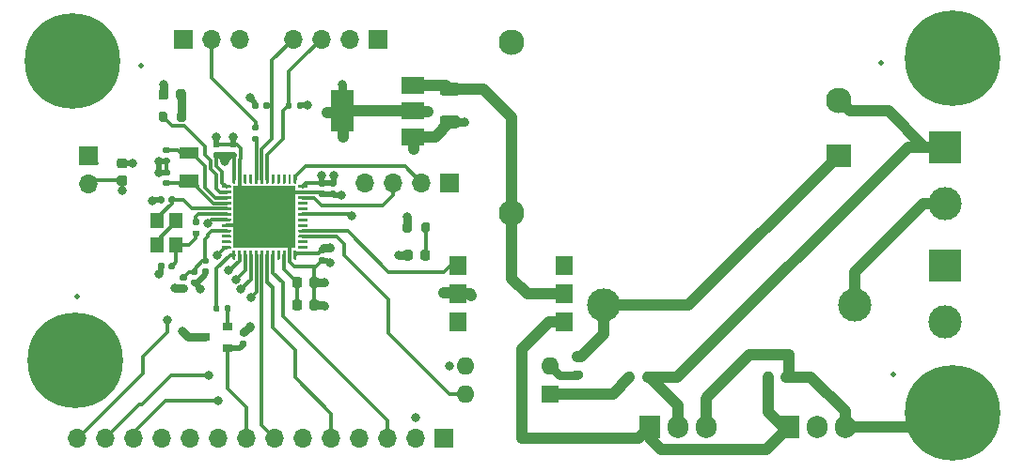
<source format=gbr>
%TF.GenerationSoftware,KiCad,Pcbnew,5.1.9*%
%TF.CreationDate,2021-04-07T12:29:47+02:00*%
%TF.ProjectId,lampa,6c616d70-612e-46b6-9963-61645f706362,rev?*%
%TF.SameCoordinates,Original*%
%TF.FileFunction,Copper,L1,Top*%
%TF.FilePolarity,Positive*%
%FSLAX46Y46*%
G04 Gerber Fmt 4.6, Leading zero omitted, Abs format (unit mm)*
G04 Created by KiCad (PCBNEW 5.1.9) date 2021-04-07 12:29:47*
%MOMM*%
%LPD*%
G01*
G04 APERTURE LIST*
%TA.AperFunction,SMDPad,CuDef*%
%ADD10R,0.900000X0.800000*%
%TD*%
%TA.AperFunction,ComponentPad*%
%ADD11C,0.900000*%
%TD*%
%TA.AperFunction,ComponentPad*%
%ADD12C,8.600000*%
%TD*%
%TA.AperFunction,SMDPad,CuDef*%
%ADD13C,0.500000*%
%TD*%
%TA.AperFunction,ComponentPad*%
%ADD14C,2.300000*%
%TD*%
%TA.AperFunction,ComponentPad*%
%ADD15R,2.300000X2.000000*%
%TD*%
%TA.AperFunction,ComponentPad*%
%ADD16O,1.700000X1.700000*%
%TD*%
%TA.AperFunction,ComponentPad*%
%ADD17R,1.700000X1.700000*%
%TD*%
%TA.AperFunction,SMDPad,CuDef*%
%ADD18R,1.500000X1.780000*%
%TD*%
%TA.AperFunction,SMDPad,CuDef*%
%ADD19R,1.800000X1.000000*%
%TD*%
%TA.AperFunction,SMDPad,CuDef*%
%ADD20R,1.200000X1.400000*%
%TD*%
%TA.AperFunction,SMDPad,CuDef*%
%ADD21R,5.600000X5.600000*%
%TD*%
%TA.AperFunction,ComponentPad*%
%ADD22O,1.600000X1.600000*%
%TD*%
%TA.AperFunction,ComponentPad*%
%ADD23R,1.600000X1.600000*%
%TD*%
%TA.AperFunction,SMDPad,CuDef*%
%ADD24R,2.000000X1.500000*%
%TD*%
%TA.AperFunction,SMDPad,CuDef*%
%ADD25R,2.000000X3.800000*%
%TD*%
%TA.AperFunction,ComponentPad*%
%ADD26O,1.905000X2.000000*%
%TD*%
%TA.AperFunction,ComponentPad*%
%ADD27R,1.905000X2.000000*%
%TD*%
%TA.AperFunction,ComponentPad*%
%ADD28C,3.000000*%
%TD*%
%TA.AperFunction,ComponentPad*%
%ADD29R,3.000000X3.000000*%
%TD*%
%TA.AperFunction,ViaPad*%
%ADD30C,0.800000*%
%TD*%
%TA.AperFunction,Conductor*%
%ADD31C,1.000000*%
%TD*%
%TA.AperFunction,Conductor*%
%ADD32C,0.300000*%
%TD*%
%TA.AperFunction,Conductor*%
%ADD33C,0.500000*%
%TD*%
%TA.AperFunction,Conductor*%
%ADD34C,0.750000*%
%TD*%
G04 APERTURE END LIST*
%TO.P,R5,2*%
%TO.N,BACKLIGHT_PWM*%
%TA.AperFunction,SMDPad,CuDef*%
G36*
G01*
X123260000Y-90115000D02*
X123260000Y-90485000D01*
G75*
G02*
X123125000Y-90620000I-135000J0D01*
G01*
X122855000Y-90620000D01*
G75*
G02*
X122720000Y-90485000I0J135000D01*
G01*
X122720000Y-90115000D01*
G75*
G02*
X122855000Y-89980000I135000J0D01*
G01*
X123125000Y-89980000D01*
G75*
G02*
X123260000Y-90115000I0J-135000D01*
G01*
G37*
%TD.AperFunction*%
%TO.P,R5,1*%
%TO.N,Net-(Q3-Pad2)*%
%TA.AperFunction,SMDPad,CuDef*%
G36*
G01*
X124280000Y-90115000D02*
X124280000Y-90485000D01*
G75*
G02*
X124145000Y-90620000I-135000J0D01*
G01*
X123875000Y-90620000D01*
G75*
G02*
X123740000Y-90485000I0J135000D01*
G01*
X123740000Y-90115000D01*
G75*
G02*
X123875000Y-89980000I135000J0D01*
G01*
X124145000Y-89980000D01*
G75*
G02*
X124280000Y-90115000I0J-135000D01*
G01*
G37*
%TD.AperFunction*%
%TD*%
D10*
%TO.P,Q3,3*%
%TO.N,+3V3*%
X122000000Y-92900000D03*
%TO.P,Q3,2*%
%TO.N,Net-(Q3-Pad2)*%
X124000000Y-91950000D03*
%TO.P,Q3,1*%
%TO.N,Net-(J3-Pad8)*%
X124000000Y-93850000D03*
%TD*%
%TO.P,R6,2*%
%TO.N,Net-(J3-Pad8)*%
%TA.AperFunction,SMDPad,CuDef*%
G36*
G01*
X125215000Y-93240000D02*
X125585000Y-93240000D01*
G75*
G02*
X125720000Y-93375000I0J-135000D01*
G01*
X125720000Y-93645000D01*
G75*
G02*
X125585000Y-93780000I-135000J0D01*
G01*
X125215000Y-93780000D01*
G75*
G02*
X125080000Y-93645000I0J135000D01*
G01*
X125080000Y-93375000D01*
G75*
G02*
X125215000Y-93240000I135000J0D01*
G01*
G37*
%TD.AperFunction*%
%TO.P,R6,1*%
%TO.N,GND*%
%TA.AperFunction,SMDPad,CuDef*%
G36*
G01*
X125215000Y-92220000D02*
X125585000Y-92220000D01*
G75*
G02*
X125720000Y-92355000I0J-135000D01*
G01*
X125720000Y-92625000D01*
G75*
G02*
X125585000Y-92760000I-135000J0D01*
G01*
X125215000Y-92760000D01*
G75*
G02*
X125080000Y-92625000I0J135000D01*
G01*
X125080000Y-92355000D01*
G75*
G02*
X125215000Y-92220000I135000J0D01*
G01*
G37*
%TD.AperFunction*%
%TD*%
%TO.P,R10,2*%
%TO.N,BME_SDA*%
%TA.AperFunction,SMDPad,CuDef*%
G36*
G01*
X127240000Y-72185000D02*
X127240000Y-71815000D01*
G75*
G02*
X127375000Y-71680000I135000J0D01*
G01*
X127645000Y-71680000D01*
G75*
G02*
X127780000Y-71815000I0J-135000D01*
G01*
X127780000Y-72185000D01*
G75*
G02*
X127645000Y-72320000I-135000J0D01*
G01*
X127375000Y-72320000D01*
G75*
G02*
X127240000Y-72185000I0J135000D01*
G01*
G37*
%TD.AperFunction*%
%TO.P,R10,1*%
%TO.N,+3V3*%
%TA.AperFunction,SMDPad,CuDef*%
G36*
G01*
X126220000Y-72185000D02*
X126220000Y-71815000D01*
G75*
G02*
X126355000Y-71680000I135000J0D01*
G01*
X126625000Y-71680000D01*
G75*
G02*
X126760000Y-71815000I0J-135000D01*
G01*
X126760000Y-72185000D01*
G75*
G02*
X126625000Y-72320000I-135000J0D01*
G01*
X126355000Y-72320000D01*
G75*
G02*
X126220000Y-72185000I0J135000D01*
G01*
G37*
%TD.AperFunction*%
%TD*%
%TO.P,R9,2*%
%TO.N,BME_SCL*%
%TA.AperFunction,SMDPad,CuDef*%
G36*
G01*
X129760000Y-71815000D02*
X129760000Y-72185000D01*
G75*
G02*
X129625000Y-72320000I-135000J0D01*
G01*
X129355000Y-72320000D01*
G75*
G02*
X129220000Y-72185000I0J135000D01*
G01*
X129220000Y-71815000D01*
G75*
G02*
X129355000Y-71680000I135000J0D01*
G01*
X129625000Y-71680000D01*
G75*
G02*
X129760000Y-71815000I0J-135000D01*
G01*
G37*
%TD.AperFunction*%
%TO.P,R9,1*%
%TO.N,+3V3*%
%TA.AperFunction,SMDPad,CuDef*%
G36*
G01*
X130780000Y-71815000D02*
X130780000Y-72185000D01*
G75*
G02*
X130645000Y-72320000I-135000J0D01*
G01*
X130375000Y-72320000D01*
G75*
G02*
X130240000Y-72185000I0J135000D01*
G01*
X130240000Y-71815000D01*
G75*
G02*
X130375000Y-71680000I135000J0D01*
G01*
X130645000Y-71680000D01*
G75*
G02*
X130780000Y-71815000I0J-135000D01*
G01*
G37*
%TD.AperFunction*%
%TD*%
D11*
%TO.P,H1,1*%
%TO.N,GND*%
X191530419Y-65469581D03*
X189250000Y-64525000D03*
X186969581Y-65469581D03*
X186025000Y-67750000D03*
X186969581Y-70030419D03*
X189250000Y-70975000D03*
X191530419Y-70030419D03*
X192475000Y-67750000D03*
D12*
X189250000Y-67750000D03*
%TD*%
D11*
%TO.P,H2,1*%
%TO.N,GND*%
X191530419Y-97469581D03*
X189250000Y-96525000D03*
X186969581Y-97469581D03*
X186025000Y-99750000D03*
X186969581Y-102030419D03*
X189250000Y-102975000D03*
X191530419Y-102030419D03*
X192475000Y-99750000D03*
D12*
X189250000Y-99750000D03*
%TD*%
D13*
%TO.P,REF\u002A\u002A,*%
%TO.N,*%
X110425000Y-89275000D03*
%TD*%
%TO.P,REF\u002A\u002A,*%
%TO.N,*%
X183925000Y-96300000D03*
%TD*%
%TO.P,REF\u002A\u002A,*%
%TO.N,*%
X116200000Y-68425000D03*
%TD*%
%TO.P,REF\u002A\u002A,*%
%TO.N,*%
X182825000Y-68175000D03*
%TD*%
D14*
%TO.P,PS1,4*%
%TO.N,GND*%
X149600000Y-66300000D03*
%TO.P,PS1,2*%
%TO.N,Net-(J1-Pad1)*%
X179000000Y-71500000D03*
D15*
%TO.P,PS1,1*%
%TO.N,Net-(F1-Pad2)*%
X179000000Y-76500000D03*
D14*
%TO.P,PS1,3*%
%TO.N,+12V*%
X149600000Y-81700000D03*
%TD*%
D16*
%TO.P,J5,4*%
%TO.N,BME_SDA*%
X129880000Y-66000000D03*
%TO.P,J5,3*%
%TO.N,BME_SCL*%
X132420000Y-66000000D03*
%TO.P,J5,2*%
%TO.N,GND*%
X134960000Y-66000000D03*
D17*
%TO.P,J5,1*%
%TO.N,+3V3*%
X137500000Y-66000000D03*
%TD*%
%TO.P,C1,2*%
%TO.N,GND*%
%TA.AperFunction,SMDPad,CuDef*%
G36*
G01*
X123170000Y-75800000D02*
X122830000Y-75800000D01*
G75*
G02*
X122690000Y-75660000I0J140000D01*
G01*
X122690000Y-75380000D01*
G75*
G02*
X122830000Y-75240000I140000J0D01*
G01*
X123170000Y-75240000D01*
G75*
G02*
X123310000Y-75380000I0J-140000D01*
G01*
X123310000Y-75660000D01*
G75*
G02*
X123170000Y-75800000I-140000J0D01*
G01*
G37*
%TD.AperFunction*%
%TO.P,C1,1*%
%TO.N,+3V3*%
%TA.AperFunction,SMDPad,CuDef*%
G36*
G01*
X123170000Y-76760000D02*
X122830000Y-76760000D01*
G75*
G02*
X122690000Y-76620000I0J140000D01*
G01*
X122690000Y-76340000D01*
G75*
G02*
X122830000Y-76200000I140000J0D01*
G01*
X123170000Y-76200000D01*
G75*
G02*
X123310000Y-76340000I0J-140000D01*
G01*
X123310000Y-76620000D01*
G75*
G02*
X123170000Y-76760000I-140000J0D01*
G01*
G37*
%TD.AperFunction*%
%TD*%
D18*
%TO.P,U3,6*%
%TO.N,Net-(U3-Pad6)*%
X154265000Y-86460000D03*
%TO.P,U3,3*%
%TO.N,Net-(U3-Pad3)*%
X144735000Y-91540000D03*
%TO.P,U3,5*%
%TO.N,+12V*%
X154265000Y-89000000D03*
%TO.P,U3,2*%
%TO.N,GND*%
X144735000Y-89000000D03*
%TO.P,U3,4*%
%TO.N,Net-(Q1-Pad1)*%
X154265000Y-91540000D03*
%TO.P,U3,1*%
%TO.N,TRIAK_CTRL*%
X144735000Y-86460000D03*
%TD*%
D19*
%TO.P,Y2,2*%
%TO.N,LSE_OUT*%
X120500000Y-78750000D03*
%TO.P,Y2,1*%
%TO.N,LSE_IN*%
X120500000Y-76250000D03*
%TD*%
D20*
%TO.P,Y1,4*%
%TO.N,Net-(Y1-Pad2)*%
X119350000Y-82400000D03*
%TO.P,Y1,3*%
%TO.N,Net-(C10-Pad1)*%
X119350000Y-84600000D03*
%TO.P,Y1,2*%
%TO.N,Net-(Y1-Pad2)*%
X117650000Y-84600000D03*
%TO.P,Y1,1*%
%TO.N,HSE_IN*%
X117650000Y-82400000D03*
%TD*%
D21*
%TO.P,U4,49*%
%TO.N,GND*%
X127330000Y-82060000D03*
%TO.P,U4,48*%
%TO.N,+3V3*%
%TA.AperFunction,SMDPad,CuDef*%
G36*
G01*
X124455000Y-78997500D02*
X124455000Y-78247500D01*
G75*
G02*
X124517500Y-78185000I62500J0D01*
G01*
X124642500Y-78185000D01*
G75*
G02*
X124705000Y-78247500I0J-62500D01*
G01*
X124705000Y-78997500D01*
G75*
G02*
X124642500Y-79060000I-62500J0D01*
G01*
X124517500Y-79060000D01*
G75*
G02*
X124455000Y-78997500I0J62500D01*
G01*
G37*
%TD.AperFunction*%
%TO.P,U4,47*%
%TO.N,GND*%
%TA.AperFunction,SMDPad,CuDef*%
G36*
G01*
X124955000Y-78997500D02*
X124955000Y-78247500D01*
G75*
G02*
X125017500Y-78185000I62500J0D01*
G01*
X125142500Y-78185000D01*
G75*
G02*
X125205000Y-78247500I0J-62500D01*
G01*
X125205000Y-78997500D01*
G75*
G02*
X125142500Y-79060000I-62500J0D01*
G01*
X125017500Y-79060000D01*
G75*
G02*
X124955000Y-78997500I0J62500D01*
G01*
G37*
%TD.AperFunction*%
%TO.P,U4,46*%
%TO.N,Net-(U4-Pad46)*%
%TA.AperFunction,SMDPad,CuDef*%
G36*
G01*
X125455000Y-78997500D02*
X125455000Y-78247500D01*
G75*
G02*
X125517500Y-78185000I62500J0D01*
G01*
X125642500Y-78185000D01*
G75*
G02*
X125705000Y-78247500I0J-62500D01*
G01*
X125705000Y-78997500D01*
G75*
G02*
X125642500Y-79060000I-62500J0D01*
G01*
X125517500Y-79060000D01*
G75*
G02*
X125455000Y-78997500I0J62500D01*
G01*
G37*
%TD.AperFunction*%
%TO.P,U4,45*%
%TO.N,Net-(U4-Pad45)*%
%TA.AperFunction,SMDPad,CuDef*%
G36*
G01*
X125955000Y-78997500D02*
X125955000Y-78247500D01*
G75*
G02*
X126017500Y-78185000I62500J0D01*
G01*
X126142500Y-78185000D01*
G75*
G02*
X126205000Y-78247500I0J-62500D01*
G01*
X126205000Y-78997500D01*
G75*
G02*
X126142500Y-79060000I-62500J0D01*
G01*
X126017500Y-79060000D01*
G75*
G02*
X125955000Y-78997500I0J62500D01*
G01*
G37*
%TD.AperFunction*%
%TO.P,U4,44*%
%TO.N,BOOT*%
%TA.AperFunction,SMDPad,CuDef*%
G36*
G01*
X126455000Y-78997500D02*
X126455000Y-78247500D01*
G75*
G02*
X126517500Y-78185000I62500J0D01*
G01*
X126642500Y-78185000D01*
G75*
G02*
X126705000Y-78247500I0J-62500D01*
G01*
X126705000Y-78997500D01*
G75*
G02*
X126642500Y-79060000I-62500J0D01*
G01*
X126517500Y-79060000D01*
G75*
G02*
X126455000Y-78997500I0J62500D01*
G01*
G37*
%TD.AperFunction*%
%TO.P,U4,43*%
%TO.N,BME_SDA*%
%TA.AperFunction,SMDPad,CuDef*%
G36*
G01*
X126955000Y-78997500D02*
X126955000Y-78247500D01*
G75*
G02*
X127017500Y-78185000I62500J0D01*
G01*
X127142500Y-78185000D01*
G75*
G02*
X127205000Y-78247500I0J-62500D01*
G01*
X127205000Y-78997500D01*
G75*
G02*
X127142500Y-79060000I-62500J0D01*
G01*
X127017500Y-79060000D01*
G75*
G02*
X126955000Y-78997500I0J62500D01*
G01*
G37*
%TD.AperFunction*%
%TO.P,U4,42*%
%TO.N,BME_SCL*%
%TA.AperFunction,SMDPad,CuDef*%
G36*
G01*
X127455000Y-78997500D02*
X127455000Y-78247500D01*
G75*
G02*
X127517500Y-78185000I62500J0D01*
G01*
X127642500Y-78185000D01*
G75*
G02*
X127705000Y-78247500I0J-62500D01*
G01*
X127705000Y-78997500D01*
G75*
G02*
X127642500Y-79060000I-62500J0D01*
G01*
X127517500Y-79060000D01*
G75*
G02*
X127455000Y-78997500I0J62500D01*
G01*
G37*
%TD.AperFunction*%
%TO.P,U4,41*%
%TO.N,Net-(U4-Pad41)*%
%TA.AperFunction,SMDPad,CuDef*%
G36*
G01*
X127955000Y-78997500D02*
X127955000Y-78247500D01*
G75*
G02*
X128017500Y-78185000I62500J0D01*
G01*
X128142500Y-78185000D01*
G75*
G02*
X128205000Y-78247500I0J-62500D01*
G01*
X128205000Y-78997500D01*
G75*
G02*
X128142500Y-79060000I-62500J0D01*
G01*
X128017500Y-79060000D01*
G75*
G02*
X127955000Y-78997500I0J62500D01*
G01*
G37*
%TD.AperFunction*%
%TO.P,U4,40*%
%TO.N,Net-(U4-Pad40)*%
%TA.AperFunction,SMDPad,CuDef*%
G36*
G01*
X128455000Y-78997500D02*
X128455000Y-78247500D01*
G75*
G02*
X128517500Y-78185000I62500J0D01*
G01*
X128642500Y-78185000D01*
G75*
G02*
X128705000Y-78247500I0J-62500D01*
G01*
X128705000Y-78997500D01*
G75*
G02*
X128642500Y-79060000I-62500J0D01*
G01*
X128517500Y-79060000D01*
G75*
G02*
X128455000Y-78997500I0J62500D01*
G01*
G37*
%TD.AperFunction*%
%TO.P,U4,39*%
%TO.N,Net-(U4-Pad39)*%
%TA.AperFunction,SMDPad,CuDef*%
G36*
G01*
X128955000Y-78997500D02*
X128955000Y-78247500D01*
G75*
G02*
X129017500Y-78185000I62500J0D01*
G01*
X129142500Y-78185000D01*
G75*
G02*
X129205000Y-78247500I0J-62500D01*
G01*
X129205000Y-78997500D01*
G75*
G02*
X129142500Y-79060000I-62500J0D01*
G01*
X129017500Y-79060000D01*
G75*
G02*
X128955000Y-78997500I0J62500D01*
G01*
G37*
%TD.AperFunction*%
%TO.P,U4,38*%
%TO.N,Net-(U4-Pad38)*%
%TA.AperFunction,SMDPad,CuDef*%
G36*
G01*
X129455000Y-78997500D02*
X129455000Y-78247500D01*
G75*
G02*
X129517500Y-78185000I62500J0D01*
G01*
X129642500Y-78185000D01*
G75*
G02*
X129705000Y-78247500I0J-62500D01*
G01*
X129705000Y-78997500D01*
G75*
G02*
X129642500Y-79060000I-62500J0D01*
G01*
X129517500Y-79060000D01*
G75*
G02*
X129455000Y-78997500I0J62500D01*
G01*
G37*
%TD.AperFunction*%
%TO.P,U4,37*%
%TO.N,SWCLK*%
%TA.AperFunction,SMDPad,CuDef*%
G36*
G01*
X129955000Y-78997500D02*
X129955000Y-78247500D01*
G75*
G02*
X130017500Y-78185000I62500J0D01*
G01*
X130142500Y-78185000D01*
G75*
G02*
X130205000Y-78247500I0J-62500D01*
G01*
X130205000Y-78997500D01*
G75*
G02*
X130142500Y-79060000I-62500J0D01*
G01*
X130017500Y-79060000D01*
G75*
G02*
X129955000Y-78997500I0J62500D01*
G01*
G37*
%TD.AperFunction*%
%TO.P,U4,36*%
%TO.N,+3V3*%
%TA.AperFunction,SMDPad,CuDef*%
G36*
G01*
X130330000Y-79372500D02*
X130330000Y-79247500D01*
G75*
G02*
X130392500Y-79185000I62500J0D01*
G01*
X131142500Y-79185000D01*
G75*
G02*
X131205000Y-79247500I0J-62500D01*
G01*
X131205000Y-79372500D01*
G75*
G02*
X131142500Y-79435000I-62500J0D01*
G01*
X130392500Y-79435000D01*
G75*
G02*
X130330000Y-79372500I0J62500D01*
G01*
G37*
%TD.AperFunction*%
%TO.P,U4,35*%
%TO.N,GND*%
%TA.AperFunction,SMDPad,CuDef*%
G36*
G01*
X130330000Y-79872500D02*
X130330000Y-79747500D01*
G75*
G02*
X130392500Y-79685000I62500J0D01*
G01*
X131142500Y-79685000D01*
G75*
G02*
X131205000Y-79747500I0J-62500D01*
G01*
X131205000Y-79872500D01*
G75*
G02*
X131142500Y-79935000I-62500J0D01*
G01*
X130392500Y-79935000D01*
G75*
G02*
X130330000Y-79872500I0J62500D01*
G01*
G37*
%TD.AperFunction*%
%TO.P,U4,34*%
%TO.N,SWDIO*%
%TA.AperFunction,SMDPad,CuDef*%
G36*
G01*
X130330000Y-80372500D02*
X130330000Y-80247500D01*
G75*
G02*
X130392500Y-80185000I62500J0D01*
G01*
X131142500Y-80185000D01*
G75*
G02*
X131205000Y-80247500I0J-62500D01*
G01*
X131205000Y-80372500D01*
G75*
G02*
X131142500Y-80435000I-62500J0D01*
G01*
X130392500Y-80435000D01*
G75*
G02*
X130330000Y-80372500I0J62500D01*
G01*
G37*
%TD.AperFunction*%
%TO.P,U4,33*%
%TO.N,Net-(U4-Pad33)*%
%TA.AperFunction,SMDPad,CuDef*%
G36*
G01*
X130330000Y-80872500D02*
X130330000Y-80747500D01*
G75*
G02*
X130392500Y-80685000I62500J0D01*
G01*
X131142500Y-80685000D01*
G75*
G02*
X131205000Y-80747500I0J-62500D01*
G01*
X131205000Y-80872500D01*
G75*
G02*
X131142500Y-80935000I-62500J0D01*
G01*
X130392500Y-80935000D01*
G75*
G02*
X130330000Y-80872500I0J62500D01*
G01*
G37*
%TD.AperFunction*%
%TO.P,U4,32*%
%TO.N,Net-(U4-Pad32)*%
%TA.AperFunction,SMDPad,CuDef*%
G36*
G01*
X130330000Y-81372500D02*
X130330000Y-81247500D01*
G75*
G02*
X130392500Y-81185000I62500J0D01*
G01*
X131142500Y-81185000D01*
G75*
G02*
X131205000Y-81247500I0J-62500D01*
G01*
X131205000Y-81372500D01*
G75*
G02*
X131142500Y-81435000I-62500J0D01*
G01*
X130392500Y-81435000D01*
G75*
G02*
X130330000Y-81372500I0J62500D01*
G01*
G37*
%TD.AperFunction*%
%TO.P,U4,31*%
%TO.N,LCD_MOSI*%
%TA.AperFunction,SMDPad,CuDef*%
G36*
G01*
X130330000Y-81872500D02*
X130330000Y-81747500D01*
G75*
G02*
X130392500Y-81685000I62500J0D01*
G01*
X131142500Y-81685000D01*
G75*
G02*
X131205000Y-81747500I0J-62500D01*
G01*
X131205000Y-81872500D01*
G75*
G02*
X131142500Y-81935000I-62500J0D01*
G01*
X130392500Y-81935000D01*
G75*
G02*
X130330000Y-81872500I0J62500D01*
G01*
G37*
%TD.AperFunction*%
%TO.P,U4,30*%
%TO.N,Net-(U4-Pad30)*%
%TA.AperFunction,SMDPad,CuDef*%
G36*
G01*
X130330000Y-82372500D02*
X130330000Y-82247500D01*
G75*
G02*
X130392500Y-82185000I62500J0D01*
G01*
X131142500Y-82185000D01*
G75*
G02*
X131205000Y-82247500I0J-62500D01*
G01*
X131205000Y-82372500D01*
G75*
G02*
X131142500Y-82435000I-62500J0D01*
G01*
X130392500Y-82435000D01*
G75*
G02*
X130330000Y-82372500I0J62500D01*
G01*
G37*
%TD.AperFunction*%
%TO.P,U4,29*%
%TO.N,Net-(U4-Pad29)*%
%TA.AperFunction,SMDPad,CuDef*%
G36*
G01*
X130330000Y-82872500D02*
X130330000Y-82747500D01*
G75*
G02*
X130392500Y-82685000I62500J0D01*
G01*
X131142500Y-82685000D01*
G75*
G02*
X131205000Y-82747500I0J-62500D01*
G01*
X131205000Y-82872500D01*
G75*
G02*
X131142500Y-82935000I-62500J0D01*
G01*
X130392500Y-82935000D01*
G75*
G02*
X130330000Y-82872500I0J62500D01*
G01*
G37*
%TD.AperFunction*%
%TO.P,U4,28*%
%TO.N,TRIAK_CTRL*%
%TA.AperFunction,SMDPad,CuDef*%
G36*
G01*
X130330000Y-83372500D02*
X130330000Y-83247500D01*
G75*
G02*
X130392500Y-83185000I62500J0D01*
G01*
X131142500Y-83185000D01*
G75*
G02*
X131205000Y-83247500I0J-62500D01*
G01*
X131205000Y-83372500D01*
G75*
G02*
X131142500Y-83435000I-62500J0D01*
G01*
X130392500Y-83435000D01*
G75*
G02*
X130330000Y-83372500I0J62500D01*
G01*
G37*
%TD.AperFunction*%
%TO.P,U4,27*%
%TO.N,ZERO_CROSS_DETECT*%
%TA.AperFunction,SMDPad,CuDef*%
G36*
G01*
X130330000Y-83872500D02*
X130330000Y-83747500D01*
G75*
G02*
X130392500Y-83685000I62500J0D01*
G01*
X131142500Y-83685000D01*
G75*
G02*
X131205000Y-83747500I0J-62500D01*
G01*
X131205000Y-83872500D01*
G75*
G02*
X131142500Y-83935000I-62500J0D01*
G01*
X130392500Y-83935000D01*
G75*
G02*
X130330000Y-83872500I0J62500D01*
G01*
G37*
%TD.AperFunction*%
%TO.P,U4,26*%
%TO.N,Net-(U4-Pad26)*%
%TA.AperFunction,SMDPad,CuDef*%
G36*
G01*
X130330000Y-84372500D02*
X130330000Y-84247500D01*
G75*
G02*
X130392500Y-84185000I62500J0D01*
G01*
X131142500Y-84185000D01*
G75*
G02*
X131205000Y-84247500I0J-62500D01*
G01*
X131205000Y-84372500D01*
G75*
G02*
X131142500Y-84435000I-62500J0D01*
G01*
X130392500Y-84435000D01*
G75*
G02*
X130330000Y-84372500I0J62500D01*
G01*
G37*
%TD.AperFunction*%
%TO.P,U4,25*%
%TO.N,Net-(U4-Pad25)*%
%TA.AperFunction,SMDPad,CuDef*%
G36*
G01*
X130330000Y-84872500D02*
X130330000Y-84747500D01*
G75*
G02*
X130392500Y-84685000I62500J0D01*
G01*
X131142500Y-84685000D01*
G75*
G02*
X131205000Y-84747500I0J-62500D01*
G01*
X131205000Y-84872500D01*
G75*
G02*
X131142500Y-84935000I-62500J0D01*
G01*
X130392500Y-84935000D01*
G75*
G02*
X130330000Y-84872500I0J62500D01*
G01*
G37*
%TD.AperFunction*%
%TO.P,U4,24*%
%TO.N,+3V3*%
%TA.AperFunction,SMDPad,CuDef*%
G36*
G01*
X129955000Y-85872500D02*
X129955000Y-85122500D01*
G75*
G02*
X130017500Y-85060000I62500J0D01*
G01*
X130142500Y-85060000D01*
G75*
G02*
X130205000Y-85122500I0J-62500D01*
G01*
X130205000Y-85872500D01*
G75*
G02*
X130142500Y-85935000I-62500J0D01*
G01*
X130017500Y-85935000D01*
G75*
G02*
X129955000Y-85872500I0J62500D01*
G01*
G37*
%TD.AperFunction*%
%TO.P,U4,23*%
%TO.N,GND*%
%TA.AperFunction,SMDPad,CuDef*%
G36*
G01*
X129455000Y-85872500D02*
X129455000Y-85122500D01*
G75*
G02*
X129517500Y-85060000I62500J0D01*
G01*
X129642500Y-85060000D01*
G75*
G02*
X129705000Y-85122500I0J-62500D01*
G01*
X129705000Y-85872500D01*
G75*
G02*
X129642500Y-85935000I-62500J0D01*
G01*
X129517500Y-85935000D01*
G75*
G02*
X129455000Y-85872500I0J62500D01*
G01*
G37*
%TD.AperFunction*%
%TO.P,U4,22*%
%TO.N,Net-(C11-Pad1)*%
%TA.AperFunction,SMDPad,CuDef*%
G36*
G01*
X128955000Y-85872500D02*
X128955000Y-85122500D01*
G75*
G02*
X129017500Y-85060000I62500J0D01*
G01*
X129142500Y-85060000D01*
G75*
G02*
X129205000Y-85122500I0J-62500D01*
G01*
X129205000Y-85872500D01*
G75*
G02*
X129142500Y-85935000I-62500J0D01*
G01*
X129017500Y-85935000D01*
G75*
G02*
X128955000Y-85872500I0J62500D01*
G01*
G37*
%TD.AperFunction*%
%TO.P,U4,21*%
%TO.N,Net-(U4-Pad21)*%
%TA.AperFunction,SMDPad,CuDef*%
G36*
G01*
X128455000Y-85872500D02*
X128455000Y-85122500D01*
G75*
G02*
X128517500Y-85060000I62500J0D01*
G01*
X128642500Y-85060000D01*
G75*
G02*
X128705000Y-85122500I0J-62500D01*
G01*
X128705000Y-85872500D01*
G75*
G02*
X128642500Y-85935000I-62500J0D01*
G01*
X128517500Y-85935000D01*
G75*
G02*
X128455000Y-85872500I0J62500D01*
G01*
G37*
%TD.AperFunction*%
%TO.P,U4,20*%
%TO.N,LCD_CS*%
%TA.AperFunction,SMDPad,CuDef*%
G36*
G01*
X127955000Y-85872500D02*
X127955000Y-85122500D01*
G75*
G02*
X128017500Y-85060000I62500J0D01*
G01*
X128142500Y-85060000D01*
G75*
G02*
X128205000Y-85122500I0J-62500D01*
G01*
X128205000Y-85872500D01*
G75*
G02*
X128142500Y-85935000I-62500J0D01*
G01*
X128017500Y-85935000D01*
G75*
G02*
X127955000Y-85872500I0J62500D01*
G01*
G37*
%TD.AperFunction*%
%TO.P,U4,19*%
%TO.N,LCD_DC*%
%TA.AperFunction,SMDPad,CuDef*%
G36*
G01*
X127455000Y-85872500D02*
X127455000Y-85122500D01*
G75*
G02*
X127517500Y-85060000I62500J0D01*
G01*
X127642500Y-85060000D01*
G75*
G02*
X127705000Y-85122500I0J-62500D01*
G01*
X127705000Y-85872500D01*
G75*
G02*
X127642500Y-85935000I-62500J0D01*
G01*
X127517500Y-85935000D01*
G75*
G02*
X127455000Y-85872500I0J62500D01*
G01*
G37*
%TD.AperFunction*%
%TO.P,U4,18*%
%TO.N,LCD_CLK*%
%TA.AperFunction,SMDPad,CuDef*%
G36*
G01*
X126955000Y-85872500D02*
X126955000Y-85122500D01*
G75*
G02*
X127017500Y-85060000I62500J0D01*
G01*
X127142500Y-85060000D01*
G75*
G02*
X127205000Y-85122500I0J-62500D01*
G01*
X127205000Y-85872500D01*
G75*
G02*
X127142500Y-85935000I-62500J0D01*
G01*
X127017500Y-85935000D01*
G75*
G02*
X126955000Y-85872500I0J62500D01*
G01*
G37*
%TD.AperFunction*%
%TO.P,U4,17*%
%TO.N,TOUCH_MOSI*%
%TA.AperFunction,SMDPad,CuDef*%
G36*
G01*
X126455000Y-85872500D02*
X126455000Y-85122500D01*
G75*
G02*
X126517500Y-85060000I62500J0D01*
G01*
X126642500Y-85060000D01*
G75*
G02*
X126705000Y-85122500I0J-62500D01*
G01*
X126705000Y-85872500D01*
G75*
G02*
X126642500Y-85935000I-62500J0D01*
G01*
X126517500Y-85935000D01*
G75*
G02*
X126455000Y-85872500I0J62500D01*
G01*
G37*
%TD.AperFunction*%
%TO.P,U4,16*%
%TO.N,TOUCH_MISO*%
%TA.AperFunction,SMDPad,CuDef*%
G36*
G01*
X125955000Y-85872500D02*
X125955000Y-85122500D01*
G75*
G02*
X126017500Y-85060000I62500J0D01*
G01*
X126142500Y-85060000D01*
G75*
G02*
X126205000Y-85122500I0J-62500D01*
G01*
X126205000Y-85872500D01*
G75*
G02*
X126142500Y-85935000I-62500J0D01*
G01*
X126017500Y-85935000D01*
G75*
G02*
X125955000Y-85872500I0J62500D01*
G01*
G37*
%TD.AperFunction*%
%TO.P,U4,15*%
%TO.N,TOUCH_CLK*%
%TA.AperFunction,SMDPad,CuDef*%
G36*
G01*
X125455000Y-85872500D02*
X125455000Y-85122500D01*
G75*
G02*
X125517500Y-85060000I62500J0D01*
G01*
X125642500Y-85060000D01*
G75*
G02*
X125705000Y-85122500I0J-62500D01*
G01*
X125705000Y-85872500D01*
G75*
G02*
X125642500Y-85935000I-62500J0D01*
G01*
X125517500Y-85935000D01*
G75*
G02*
X125455000Y-85872500I0J62500D01*
G01*
G37*
%TD.AperFunction*%
%TO.P,U4,14*%
%TO.N,TOUCH_CS*%
%TA.AperFunction,SMDPad,CuDef*%
G36*
G01*
X124955000Y-85872500D02*
X124955000Y-85122500D01*
G75*
G02*
X125017500Y-85060000I62500J0D01*
G01*
X125142500Y-85060000D01*
G75*
G02*
X125205000Y-85122500I0J-62500D01*
G01*
X125205000Y-85872500D01*
G75*
G02*
X125142500Y-85935000I-62500J0D01*
G01*
X125017500Y-85935000D01*
G75*
G02*
X124955000Y-85872500I0J62500D01*
G01*
G37*
%TD.AperFunction*%
%TO.P,U4,13*%
%TO.N,BACKLIGHT_PWM*%
%TA.AperFunction,SMDPad,CuDef*%
G36*
G01*
X124455000Y-85872500D02*
X124455000Y-85122500D01*
G75*
G02*
X124517500Y-85060000I62500J0D01*
G01*
X124642500Y-85060000D01*
G75*
G02*
X124705000Y-85122500I0J-62500D01*
G01*
X124705000Y-85872500D01*
G75*
G02*
X124642500Y-85935000I-62500J0D01*
G01*
X124517500Y-85935000D01*
G75*
G02*
X124455000Y-85872500I0J62500D01*
G01*
G37*
%TD.AperFunction*%
%TO.P,U4,12*%
%TO.N,TOUCH_IRQ*%
%TA.AperFunction,SMDPad,CuDef*%
G36*
G01*
X123455000Y-84872500D02*
X123455000Y-84747500D01*
G75*
G02*
X123517500Y-84685000I62500J0D01*
G01*
X124267500Y-84685000D01*
G75*
G02*
X124330000Y-84747500I0J-62500D01*
G01*
X124330000Y-84872500D01*
G75*
G02*
X124267500Y-84935000I-62500J0D01*
G01*
X123517500Y-84935000D01*
G75*
G02*
X123455000Y-84872500I0J62500D01*
G01*
G37*
%TD.AperFunction*%
%TO.P,U4,11*%
%TO.N,Net-(U4-Pad11)*%
%TA.AperFunction,SMDPad,CuDef*%
G36*
G01*
X123455000Y-84372500D02*
X123455000Y-84247500D01*
G75*
G02*
X123517500Y-84185000I62500J0D01*
G01*
X124267500Y-84185000D01*
G75*
G02*
X124330000Y-84247500I0J-62500D01*
G01*
X124330000Y-84372500D01*
G75*
G02*
X124267500Y-84435000I-62500J0D01*
G01*
X123517500Y-84435000D01*
G75*
G02*
X123455000Y-84372500I0J62500D01*
G01*
G37*
%TD.AperFunction*%
%TO.P,U4,10*%
%TO.N,Net-(U4-Pad10)*%
%TA.AperFunction,SMDPad,CuDef*%
G36*
G01*
X123455000Y-83872500D02*
X123455000Y-83747500D01*
G75*
G02*
X123517500Y-83685000I62500J0D01*
G01*
X124267500Y-83685000D01*
G75*
G02*
X124330000Y-83747500I0J-62500D01*
G01*
X124330000Y-83872500D01*
G75*
G02*
X124267500Y-83935000I-62500J0D01*
G01*
X123517500Y-83935000D01*
G75*
G02*
X123455000Y-83872500I0J62500D01*
G01*
G37*
%TD.AperFunction*%
%TO.P,U4,9*%
%TO.N,+3.3VA*%
%TA.AperFunction,SMDPad,CuDef*%
G36*
G01*
X123455000Y-83372500D02*
X123455000Y-83247500D01*
G75*
G02*
X123517500Y-83185000I62500J0D01*
G01*
X124267500Y-83185000D01*
G75*
G02*
X124330000Y-83247500I0J-62500D01*
G01*
X124330000Y-83372500D01*
G75*
G02*
X124267500Y-83435000I-62500J0D01*
G01*
X123517500Y-83435000D01*
G75*
G02*
X123455000Y-83372500I0J62500D01*
G01*
G37*
%TD.AperFunction*%
%TO.P,U4,8*%
%TO.N,GND*%
%TA.AperFunction,SMDPad,CuDef*%
G36*
G01*
X123455000Y-82872500D02*
X123455000Y-82747500D01*
G75*
G02*
X123517500Y-82685000I62500J0D01*
G01*
X124267500Y-82685000D01*
G75*
G02*
X124330000Y-82747500I0J-62500D01*
G01*
X124330000Y-82872500D01*
G75*
G02*
X124267500Y-82935000I-62500J0D01*
G01*
X123517500Y-82935000D01*
G75*
G02*
X123455000Y-82872500I0J62500D01*
G01*
G37*
%TD.AperFunction*%
%TO.P,U4,7*%
%TO.N,NRST*%
%TA.AperFunction,SMDPad,CuDef*%
G36*
G01*
X123455000Y-82372500D02*
X123455000Y-82247500D01*
G75*
G02*
X123517500Y-82185000I62500J0D01*
G01*
X124267500Y-82185000D01*
G75*
G02*
X124330000Y-82247500I0J-62500D01*
G01*
X124330000Y-82372500D01*
G75*
G02*
X124267500Y-82435000I-62500J0D01*
G01*
X123517500Y-82435000D01*
G75*
G02*
X123455000Y-82372500I0J62500D01*
G01*
G37*
%TD.AperFunction*%
%TO.P,U4,6*%
%TO.N,HSE_OUT*%
%TA.AperFunction,SMDPad,CuDef*%
G36*
G01*
X123455000Y-81872500D02*
X123455000Y-81747500D01*
G75*
G02*
X123517500Y-81685000I62500J0D01*
G01*
X124267500Y-81685000D01*
G75*
G02*
X124330000Y-81747500I0J-62500D01*
G01*
X124330000Y-81872500D01*
G75*
G02*
X124267500Y-81935000I-62500J0D01*
G01*
X123517500Y-81935000D01*
G75*
G02*
X123455000Y-81872500I0J62500D01*
G01*
G37*
%TD.AperFunction*%
%TO.P,U4,5*%
%TO.N,HSE_IN*%
%TA.AperFunction,SMDPad,CuDef*%
G36*
G01*
X123455000Y-81372500D02*
X123455000Y-81247500D01*
G75*
G02*
X123517500Y-81185000I62500J0D01*
G01*
X124267500Y-81185000D01*
G75*
G02*
X124330000Y-81247500I0J-62500D01*
G01*
X124330000Y-81372500D01*
G75*
G02*
X124267500Y-81435000I-62500J0D01*
G01*
X123517500Y-81435000D01*
G75*
G02*
X123455000Y-81372500I0J62500D01*
G01*
G37*
%TD.AperFunction*%
%TO.P,U4,4*%
%TO.N,LSE_OUT*%
%TA.AperFunction,SMDPad,CuDef*%
G36*
G01*
X123455000Y-80872500D02*
X123455000Y-80747500D01*
G75*
G02*
X123517500Y-80685000I62500J0D01*
G01*
X124267500Y-80685000D01*
G75*
G02*
X124330000Y-80747500I0J-62500D01*
G01*
X124330000Y-80872500D01*
G75*
G02*
X124267500Y-80935000I-62500J0D01*
G01*
X123517500Y-80935000D01*
G75*
G02*
X123455000Y-80872500I0J62500D01*
G01*
G37*
%TD.AperFunction*%
%TO.P,U4,3*%
%TO.N,LSE_IN*%
%TA.AperFunction,SMDPad,CuDef*%
G36*
G01*
X123455000Y-80372500D02*
X123455000Y-80247500D01*
G75*
G02*
X123517500Y-80185000I62500J0D01*
G01*
X124267500Y-80185000D01*
G75*
G02*
X124330000Y-80247500I0J-62500D01*
G01*
X124330000Y-80372500D01*
G75*
G02*
X124267500Y-80435000I-62500J0D01*
G01*
X123517500Y-80435000D01*
G75*
G02*
X123455000Y-80372500I0J62500D01*
G01*
G37*
%TD.AperFunction*%
%TO.P,U4,2*%
%TO.N,BLUE_LED*%
%TA.AperFunction,SMDPad,CuDef*%
G36*
G01*
X123455000Y-79872500D02*
X123455000Y-79747500D01*
G75*
G02*
X123517500Y-79685000I62500J0D01*
G01*
X124267500Y-79685000D01*
G75*
G02*
X124330000Y-79747500I0J-62500D01*
G01*
X124330000Y-79872500D01*
G75*
G02*
X124267500Y-79935000I-62500J0D01*
G01*
X123517500Y-79935000D01*
G75*
G02*
X123455000Y-79872500I0J62500D01*
G01*
G37*
%TD.AperFunction*%
%TO.P,U4,1*%
%TO.N,+3V3*%
%TA.AperFunction,SMDPad,CuDef*%
G36*
G01*
X123455000Y-79372500D02*
X123455000Y-79247500D01*
G75*
G02*
X123517500Y-79185000I62500J0D01*
G01*
X124267500Y-79185000D01*
G75*
G02*
X124330000Y-79247500I0J-62500D01*
G01*
X124330000Y-79372500D01*
G75*
G02*
X124267500Y-79435000I-62500J0D01*
G01*
X123517500Y-79435000D01*
G75*
G02*
X123455000Y-79372500I0J62500D01*
G01*
G37*
%TD.AperFunction*%
%TD*%
D22*
%TO.P,U2,4*%
%TO.N,ZERO_CROSS_DETECT*%
X145380000Y-98000000D03*
%TO.P,U2,2*%
%TO.N,Net-(R3-Pad2)*%
X153000000Y-95460000D03*
%TO.P,U2,3*%
%TO.N,GND*%
X145380000Y-95460000D03*
D23*
%TO.P,U2,1*%
%TO.N,Net-(R2-Pad2)*%
X153000000Y-98000000D03*
%TD*%
D24*
%TO.P,U1,1*%
%TO.N,GND*%
X140650000Y-74800000D03*
%TO.P,U1,3*%
%TO.N,+12V*%
X140650000Y-70200000D03*
%TO.P,U1,2*%
%TO.N,+3V3*%
X140650000Y-72500000D03*
D25*
X134350000Y-72500000D03*
%TD*%
D16*
%TO.P,SW2,3*%
%TO.N,GND*%
X125080000Y-66000000D03*
%TO.P,SW2,2*%
%TO.N,Net-(R11-Pad1)*%
X122540000Y-66000000D03*
D17*
%TO.P,SW2,1*%
%TO.N,+3V3*%
X120000000Y-66000000D03*
%TD*%
D16*
%TO.P,SW1,2*%
%TO.N,NRST*%
X111500000Y-79040000D03*
D17*
%TO.P,SW1,1*%
%TO.N,GND*%
X111500000Y-76500000D03*
%TD*%
%TO.P,R11,2*%
%TO.N,BOOT*%
%TA.AperFunction,SMDPad,CuDef*%
G36*
G01*
X126315000Y-74740000D02*
X126685000Y-74740000D01*
G75*
G02*
X126820000Y-74875000I0J-135000D01*
G01*
X126820000Y-75145000D01*
G75*
G02*
X126685000Y-75280000I-135000J0D01*
G01*
X126315000Y-75280000D01*
G75*
G02*
X126180000Y-75145000I0J135000D01*
G01*
X126180000Y-74875000D01*
G75*
G02*
X126315000Y-74740000I135000J0D01*
G01*
G37*
%TD.AperFunction*%
%TO.P,R11,1*%
%TO.N,Net-(R11-Pad1)*%
%TA.AperFunction,SMDPad,CuDef*%
G36*
G01*
X126315000Y-73720000D02*
X126685000Y-73720000D01*
G75*
G02*
X126820000Y-73855000I0J-135000D01*
G01*
X126820000Y-74125000D01*
G75*
G02*
X126685000Y-74260000I-135000J0D01*
G01*
X126315000Y-74260000D01*
G75*
G02*
X126180000Y-74125000I0J135000D01*
G01*
X126180000Y-73855000D01*
G75*
G02*
X126315000Y-73720000I135000J0D01*
G01*
G37*
%TD.AperFunction*%
%TD*%
%TO.P,R7,2*%
%TO.N,Net-(D2-Pad1)*%
%TA.AperFunction,SMDPad,CuDef*%
G36*
G01*
X141425000Y-83275000D02*
X141425000Y-82725000D01*
G75*
G02*
X141625000Y-82525000I200000J0D01*
G01*
X142025000Y-82525000D01*
G75*
G02*
X142225000Y-82725000I0J-200000D01*
G01*
X142225000Y-83275000D01*
G75*
G02*
X142025000Y-83475000I-200000J0D01*
G01*
X141625000Y-83475000D01*
G75*
G02*
X141425000Y-83275000I0J200000D01*
G01*
G37*
%TD.AperFunction*%
%TO.P,R7,1*%
%TO.N,GND*%
%TA.AperFunction,SMDPad,CuDef*%
G36*
G01*
X139775000Y-83275000D02*
X139775000Y-82725000D01*
G75*
G02*
X139975000Y-82525000I200000J0D01*
G01*
X140375000Y-82525000D01*
G75*
G02*
X140575000Y-82725000I0J-200000D01*
G01*
X140575000Y-83275000D01*
G75*
G02*
X140375000Y-83475000I-200000J0D01*
G01*
X139975000Y-83475000D01*
G75*
G02*
X139775000Y-83275000I0J200000D01*
G01*
G37*
%TD.AperFunction*%
%TD*%
%TO.P,R8,2*%
%TO.N,Net-(D1-Pad1)*%
%TA.AperFunction,SMDPad,CuDef*%
G36*
G01*
X119425000Y-73275000D02*
X119425000Y-72725000D01*
G75*
G02*
X119625000Y-72525000I200000J0D01*
G01*
X120025000Y-72525000D01*
G75*
G02*
X120225000Y-72725000I0J-200000D01*
G01*
X120225000Y-73275000D01*
G75*
G02*
X120025000Y-73475000I-200000J0D01*
G01*
X119625000Y-73475000D01*
G75*
G02*
X119425000Y-73275000I0J200000D01*
G01*
G37*
%TD.AperFunction*%
%TO.P,R8,1*%
%TO.N,BLUE_LED*%
%TA.AperFunction,SMDPad,CuDef*%
G36*
G01*
X117775000Y-73275000D02*
X117775000Y-72725000D01*
G75*
G02*
X117975000Y-72525000I200000J0D01*
G01*
X118375000Y-72525000D01*
G75*
G02*
X118575000Y-72725000I0J-200000D01*
G01*
X118575000Y-73275000D01*
G75*
G02*
X118375000Y-73475000I-200000J0D01*
G01*
X117975000Y-73475000D01*
G75*
G02*
X117775000Y-73275000I0J200000D01*
G01*
G37*
%TD.AperFunction*%
%TD*%
%TO.P,R4,2*%
%TO.N,GND*%
%TA.AperFunction,SMDPad,CuDef*%
G36*
G01*
X173925000Y-96775000D02*
X173925000Y-96225000D01*
G75*
G02*
X174125000Y-96025000I200000J0D01*
G01*
X174525000Y-96025000D01*
G75*
G02*
X174725000Y-96225000I0J-200000D01*
G01*
X174725000Y-96775000D01*
G75*
G02*
X174525000Y-96975000I-200000J0D01*
G01*
X174125000Y-96975000D01*
G75*
G02*
X173925000Y-96775000I0J200000D01*
G01*
G37*
%TD.AperFunction*%
%TO.P,R4,1*%
%TO.N,Net-(Q1-Pad1)*%
%TA.AperFunction,SMDPad,CuDef*%
G36*
G01*
X172275000Y-96775000D02*
X172275000Y-96225000D01*
G75*
G02*
X172475000Y-96025000I200000J0D01*
G01*
X172875000Y-96025000D01*
G75*
G02*
X173075000Y-96225000I0J-200000D01*
G01*
X173075000Y-96775000D01*
G75*
G02*
X172875000Y-96975000I-200000J0D01*
G01*
X172475000Y-96975000D01*
G75*
G02*
X172275000Y-96775000I0J200000D01*
G01*
G37*
%TD.AperFunction*%
%TD*%
%TO.P,R3,2*%
%TO.N,Net-(R3-Pad2)*%
%TA.AperFunction,SMDPad,CuDef*%
G36*
G01*
X155225000Y-95925000D02*
X155775000Y-95925000D01*
G75*
G02*
X155975000Y-96125000I0J-200000D01*
G01*
X155975000Y-96525000D01*
G75*
G02*
X155775000Y-96725000I-200000J0D01*
G01*
X155225000Y-96725000D01*
G75*
G02*
X155025000Y-96525000I0J200000D01*
G01*
X155025000Y-96125000D01*
G75*
G02*
X155225000Y-95925000I200000J0D01*
G01*
G37*
%TD.AperFunction*%
%TO.P,R3,1*%
%TO.N,Net-(F1-Pad2)*%
%TA.AperFunction,SMDPad,CuDef*%
G36*
G01*
X155225000Y-94275000D02*
X155775000Y-94275000D01*
G75*
G02*
X155975000Y-94475000I0J-200000D01*
G01*
X155975000Y-94875000D01*
G75*
G02*
X155775000Y-95075000I-200000J0D01*
G01*
X155225000Y-95075000D01*
G75*
G02*
X155025000Y-94875000I0J200000D01*
G01*
X155025000Y-94475000D01*
G75*
G02*
X155225000Y-94275000I200000J0D01*
G01*
G37*
%TD.AperFunction*%
%TD*%
%TO.P,R2,2*%
%TO.N,Net-(R2-Pad2)*%
%TA.AperFunction,SMDPad,CuDef*%
G36*
G01*
X160575000Y-96225000D02*
X160575000Y-96775000D01*
G75*
G02*
X160375000Y-96975000I-200000J0D01*
G01*
X159975000Y-96975000D01*
G75*
G02*
X159775000Y-96775000I0J200000D01*
G01*
X159775000Y-96225000D01*
G75*
G02*
X159975000Y-96025000I200000J0D01*
G01*
X160375000Y-96025000D01*
G75*
G02*
X160575000Y-96225000I0J-200000D01*
G01*
G37*
%TD.AperFunction*%
%TO.P,R2,1*%
%TO.N,Net-(J1-Pad1)*%
%TA.AperFunction,SMDPad,CuDef*%
G36*
G01*
X162225000Y-96225000D02*
X162225000Y-96775000D01*
G75*
G02*
X162025000Y-96975000I-200000J0D01*
G01*
X161625000Y-96975000D01*
G75*
G02*
X161425000Y-96775000I0J200000D01*
G01*
X161425000Y-96225000D01*
G75*
G02*
X161625000Y-96025000I200000J0D01*
G01*
X162025000Y-96025000D01*
G75*
G02*
X162225000Y-96225000I0J-200000D01*
G01*
G37*
%TD.AperFunction*%
%TD*%
%TO.P,R1,2*%
%TO.N,Net-(C10-Pad1)*%
%TA.AperFunction,SMDPad,CuDef*%
G36*
G01*
X120965000Y-83265000D02*
X121335000Y-83265000D01*
G75*
G02*
X121470000Y-83400000I0J-135000D01*
G01*
X121470000Y-83670000D01*
G75*
G02*
X121335000Y-83805000I-135000J0D01*
G01*
X120965000Y-83805000D01*
G75*
G02*
X120830000Y-83670000I0J135000D01*
G01*
X120830000Y-83400000D01*
G75*
G02*
X120965000Y-83265000I135000J0D01*
G01*
G37*
%TD.AperFunction*%
%TO.P,R1,1*%
%TO.N,HSE_OUT*%
%TA.AperFunction,SMDPad,CuDef*%
G36*
G01*
X120965000Y-82245000D02*
X121335000Y-82245000D01*
G75*
G02*
X121470000Y-82380000I0J-135000D01*
G01*
X121470000Y-82650000D01*
G75*
G02*
X121335000Y-82785000I-135000J0D01*
G01*
X120965000Y-82785000D01*
G75*
G02*
X120830000Y-82650000I0J135000D01*
G01*
X120830000Y-82380000D01*
G75*
G02*
X120965000Y-82245000I135000J0D01*
G01*
G37*
%TD.AperFunction*%
%TD*%
D26*
%TO.P,Q2,3*%
%TO.N,GND*%
X167080000Y-101000000D03*
%TO.P,Q2,2*%
%TO.N,Net-(J1-Pad1)*%
X164540000Y-101000000D03*
D27*
%TO.P,Q2,1*%
%TO.N,Net-(Q1-Pad1)*%
X162000000Y-101000000D03*
%TD*%
D26*
%TO.P,Q1,3*%
%TO.N,GND*%
X179580000Y-101000000D03*
%TO.P,Q1,2*%
%TO.N,Net-(J2-Pad2)*%
X177040000Y-101000000D03*
D27*
%TO.P,Q1,1*%
%TO.N,Net-(Q1-Pad1)*%
X174500000Y-101000000D03*
%TD*%
%TO.P,L1,2*%
%TO.N,+3.3VA*%
%TA.AperFunction,SMDPad,CuDef*%
G36*
G01*
X120172500Y-87810000D02*
X119827500Y-87810000D01*
G75*
G02*
X119680000Y-87662500I0J147500D01*
G01*
X119680000Y-87367500D01*
G75*
G02*
X119827500Y-87220000I147500J0D01*
G01*
X120172500Y-87220000D01*
G75*
G02*
X120320000Y-87367500I0J-147500D01*
G01*
X120320000Y-87662500D01*
G75*
G02*
X120172500Y-87810000I-147500J0D01*
G01*
G37*
%TD.AperFunction*%
%TO.P,L1,1*%
%TO.N,+3V3*%
%TA.AperFunction,SMDPad,CuDef*%
G36*
G01*
X120172500Y-88780000D02*
X119827500Y-88780000D01*
G75*
G02*
X119680000Y-88632500I0J147500D01*
G01*
X119680000Y-88337500D01*
G75*
G02*
X119827500Y-88190000I147500J0D01*
G01*
X120172500Y-88190000D01*
G75*
G02*
X120320000Y-88337500I0J-147500D01*
G01*
X120320000Y-88632500D01*
G75*
G02*
X120172500Y-88780000I-147500J0D01*
G01*
G37*
%TD.AperFunction*%
%TD*%
D16*
%TO.P,J4,4*%
%TO.N,+3V3*%
X136380000Y-79000000D03*
%TO.P,J4,3*%
%TO.N,SWDIO*%
X138920000Y-79000000D03*
%TO.P,J4,2*%
%TO.N,SWCLK*%
X141460000Y-79000000D03*
D17*
%TO.P,J4,1*%
%TO.N,GND*%
X144000000Y-79000000D03*
%TD*%
D16*
%TO.P,J3,14*%
%TO.N,TOUCH_IRQ*%
X110480000Y-102000000D03*
%TO.P,J3,13*%
%TO.N,TOUCH_MISO*%
X113020000Y-102000000D03*
%TO.P,J3,12*%
%TO.N,TOUCH_MOSI*%
X115560000Y-102000000D03*
%TO.P,J3,11*%
%TO.N,TOUCH_CS*%
X118100000Y-102000000D03*
%TO.P,J3,10*%
%TO.N,TOUCH_CLK*%
X120640000Y-102000000D03*
%TO.P,J3,9*%
%TO.N,Net-(J3-Pad9)*%
X123180000Y-102000000D03*
%TO.P,J3,8*%
%TO.N,Net-(J3-Pad8)*%
X125720000Y-102000000D03*
%TO.P,J3,7*%
%TO.N,LCD_CLK*%
X128260000Y-102000000D03*
%TO.P,J3,6*%
%TO.N,LCD_MOSI*%
X130800000Y-102000000D03*
%TO.P,J3,5*%
%TO.N,LCD_DC*%
X133340000Y-102000000D03*
%TO.P,J3,4*%
%TO.N,+3V3*%
X135880000Y-102000000D03*
%TO.P,J3,3*%
%TO.N,LCD_CS*%
X138420000Y-102000000D03*
%TO.P,J3,2*%
%TO.N,GND*%
X140960000Y-102000000D03*
D17*
%TO.P,J3,1*%
%TO.N,+3V3*%
X143500000Y-102000000D03*
%TD*%
D28*
%TO.P,J2,2*%
%TO.N,Net-(J2-Pad2)*%
X188620000Y-91480000D03*
D29*
%TO.P,J2,1*%
%TO.N,Net-(F1-Pad2)*%
X188620000Y-86400000D03*
%TD*%
D28*
%TO.P,J1,2*%
%TO.N,Net-(F1-Pad1)*%
X188620000Y-80812000D03*
D29*
%TO.P,J1,1*%
%TO.N,Net-(J1-Pad1)*%
X188620000Y-75732000D03*
%TD*%
D11*
%TO.P,H4,1*%
%TO.N,GND*%
X112530419Y-92719581D03*
X110250000Y-91775000D03*
X107969581Y-92719581D03*
X107025000Y-95000000D03*
X107969581Y-97280419D03*
X110250000Y-98225000D03*
X112530419Y-97280419D03*
X113475000Y-95000000D03*
D12*
X110250000Y-95000000D03*
%TD*%
D11*
%TO.P,H3,1*%
%TO.N,GND*%
X112280419Y-65719581D03*
X110000000Y-64775000D03*
X107719581Y-65719581D03*
X106775000Y-68000000D03*
X107719581Y-70280419D03*
X110000000Y-71225000D03*
X112280419Y-70280419D03*
X113225000Y-68000000D03*
D12*
X110000000Y-68000000D03*
%TD*%
D28*
%TO.P,F1,2*%
%TO.N,Net-(F1-Pad2)*%
X157900000Y-90000000D03*
%TO.P,F1,1*%
%TO.N,Net-(F1-Pad1)*%
X180500000Y-90000000D03*
%TD*%
%TO.P,D2,2*%
%TO.N,+3V3*%
%TA.AperFunction,SMDPad,CuDef*%
G36*
G01*
X140650000Y-85243750D02*
X140650000Y-85756250D01*
G75*
G02*
X140431250Y-85975000I-218750J0D01*
G01*
X139993750Y-85975000D01*
G75*
G02*
X139775000Y-85756250I0J218750D01*
G01*
X139775000Y-85243750D01*
G75*
G02*
X139993750Y-85025000I218750J0D01*
G01*
X140431250Y-85025000D01*
G75*
G02*
X140650000Y-85243750I0J-218750D01*
G01*
G37*
%TD.AperFunction*%
%TO.P,D2,1*%
%TO.N,Net-(D2-Pad1)*%
%TA.AperFunction,SMDPad,CuDef*%
G36*
G01*
X142225000Y-85243750D02*
X142225000Y-85756250D01*
G75*
G02*
X142006250Y-85975000I-218750J0D01*
G01*
X141568750Y-85975000D01*
G75*
G02*
X141350000Y-85756250I0J218750D01*
G01*
X141350000Y-85243750D01*
G75*
G02*
X141568750Y-85025000I218750J0D01*
G01*
X142006250Y-85025000D01*
G75*
G02*
X142225000Y-85243750I0J-218750D01*
G01*
G37*
%TD.AperFunction*%
%TD*%
%TO.P,D1,2*%
%TO.N,+3V3*%
%TA.AperFunction,SMDPad,CuDef*%
G36*
G01*
X118650000Y-70743750D02*
X118650000Y-71256250D01*
G75*
G02*
X118431250Y-71475000I-218750J0D01*
G01*
X117993750Y-71475000D01*
G75*
G02*
X117775000Y-71256250I0J218750D01*
G01*
X117775000Y-70743750D01*
G75*
G02*
X117993750Y-70525000I218750J0D01*
G01*
X118431250Y-70525000D01*
G75*
G02*
X118650000Y-70743750I0J-218750D01*
G01*
G37*
%TD.AperFunction*%
%TO.P,D1,1*%
%TO.N,Net-(D1-Pad1)*%
%TA.AperFunction,SMDPad,CuDef*%
G36*
G01*
X120225000Y-70743750D02*
X120225000Y-71256250D01*
G75*
G02*
X120006250Y-71475000I-218750J0D01*
G01*
X119568750Y-71475000D01*
G75*
G02*
X119350000Y-71256250I0J218750D01*
G01*
X119350000Y-70743750D01*
G75*
G02*
X119568750Y-70525000I218750J0D01*
G01*
X120006250Y-70525000D01*
G75*
G02*
X120225000Y-70743750I0J-218750D01*
G01*
G37*
%TD.AperFunction*%
%TD*%
%TO.P,C15,2*%
%TO.N,GND*%
%TA.AperFunction,SMDPad,CuDef*%
G36*
G01*
X114750000Y-77675000D02*
X114250000Y-77675000D01*
G75*
G02*
X114025000Y-77450000I0J225000D01*
G01*
X114025000Y-77000000D01*
G75*
G02*
X114250000Y-76775000I225000J0D01*
G01*
X114750000Y-76775000D01*
G75*
G02*
X114975000Y-77000000I0J-225000D01*
G01*
X114975000Y-77450000D01*
G75*
G02*
X114750000Y-77675000I-225000J0D01*
G01*
G37*
%TD.AperFunction*%
%TO.P,C15,1*%
%TO.N,NRST*%
%TA.AperFunction,SMDPad,CuDef*%
G36*
G01*
X114750000Y-79225000D02*
X114250000Y-79225000D01*
G75*
G02*
X114025000Y-79000000I0J225000D01*
G01*
X114025000Y-78550000D01*
G75*
G02*
X114250000Y-78325000I225000J0D01*
G01*
X114750000Y-78325000D01*
G75*
G02*
X114975000Y-78550000I0J-225000D01*
G01*
X114975000Y-79000000D01*
G75*
G02*
X114750000Y-79225000I-225000J0D01*
G01*
G37*
%TD.AperFunction*%
%TD*%
%TO.P,C14,2*%
%TO.N,GND*%
%TA.AperFunction,SMDPad,CuDef*%
G36*
G01*
X118670000Y-78300000D02*
X118330000Y-78300000D01*
G75*
G02*
X118190000Y-78160000I0J140000D01*
G01*
X118190000Y-77880000D01*
G75*
G02*
X118330000Y-77740000I140000J0D01*
G01*
X118670000Y-77740000D01*
G75*
G02*
X118810000Y-77880000I0J-140000D01*
G01*
X118810000Y-78160000D01*
G75*
G02*
X118670000Y-78300000I-140000J0D01*
G01*
G37*
%TD.AperFunction*%
%TO.P,C14,1*%
%TO.N,LSE_OUT*%
%TA.AperFunction,SMDPad,CuDef*%
G36*
G01*
X118670000Y-79260000D02*
X118330000Y-79260000D01*
G75*
G02*
X118190000Y-79120000I0J140000D01*
G01*
X118190000Y-78840000D01*
G75*
G02*
X118330000Y-78700000I140000J0D01*
G01*
X118670000Y-78700000D01*
G75*
G02*
X118810000Y-78840000I0J-140000D01*
G01*
X118810000Y-79120000D01*
G75*
G02*
X118670000Y-79260000I-140000J0D01*
G01*
G37*
%TD.AperFunction*%
%TD*%
%TO.P,C13,2*%
%TO.N,GND*%
%TA.AperFunction,SMDPad,CuDef*%
G36*
G01*
X118330000Y-76720000D02*
X118670000Y-76720000D01*
G75*
G02*
X118810000Y-76860000I0J-140000D01*
G01*
X118810000Y-77140000D01*
G75*
G02*
X118670000Y-77280000I-140000J0D01*
G01*
X118330000Y-77280000D01*
G75*
G02*
X118190000Y-77140000I0J140000D01*
G01*
X118190000Y-76860000D01*
G75*
G02*
X118330000Y-76720000I140000J0D01*
G01*
G37*
%TD.AperFunction*%
%TO.P,C13,1*%
%TO.N,LSE_IN*%
%TA.AperFunction,SMDPad,CuDef*%
G36*
G01*
X118330000Y-75760000D02*
X118670000Y-75760000D01*
G75*
G02*
X118810000Y-75900000I0J-140000D01*
G01*
X118810000Y-76180000D01*
G75*
G02*
X118670000Y-76320000I-140000J0D01*
G01*
X118330000Y-76320000D01*
G75*
G02*
X118190000Y-76180000I0J140000D01*
G01*
X118190000Y-75900000D01*
G75*
G02*
X118330000Y-75760000I140000J0D01*
G01*
G37*
%TD.AperFunction*%
%TD*%
%TO.P,C12,2*%
%TO.N,GND*%
%TA.AperFunction,SMDPad,CuDef*%
G36*
G01*
X131357000Y-88214000D02*
X131357000Y-87714000D01*
G75*
G02*
X131582000Y-87489000I225000J0D01*
G01*
X132032000Y-87489000D01*
G75*
G02*
X132257000Y-87714000I0J-225000D01*
G01*
X132257000Y-88214000D01*
G75*
G02*
X132032000Y-88439000I-225000J0D01*
G01*
X131582000Y-88439000D01*
G75*
G02*
X131357000Y-88214000I0J225000D01*
G01*
G37*
%TD.AperFunction*%
%TO.P,C12,1*%
%TO.N,Net-(C11-Pad1)*%
%TA.AperFunction,SMDPad,CuDef*%
G36*
G01*
X129807000Y-88214000D02*
X129807000Y-87714000D01*
G75*
G02*
X130032000Y-87489000I225000J0D01*
G01*
X130482000Y-87489000D01*
G75*
G02*
X130707000Y-87714000I0J-225000D01*
G01*
X130707000Y-88214000D01*
G75*
G02*
X130482000Y-88439000I-225000J0D01*
G01*
X130032000Y-88439000D01*
G75*
G02*
X129807000Y-88214000I0J225000D01*
G01*
G37*
%TD.AperFunction*%
%TD*%
%TO.P,C11,2*%
%TO.N,GND*%
%TA.AperFunction,SMDPad,CuDef*%
G36*
G01*
X131357000Y-90246000D02*
X131357000Y-89746000D01*
G75*
G02*
X131582000Y-89521000I225000J0D01*
G01*
X132032000Y-89521000D01*
G75*
G02*
X132257000Y-89746000I0J-225000D01*
G01*
X132257000Y-90246000D01*
G75*
G02*
X132032000Y-90471000I-225000J0D01*
G01*
X131582000Y-90471000D01*
G75*
G02*
X131357000Y-90246000I0J225000D01*
G01*
G37*
%TD.AperFunction*%
%TO.P,C11,1*%
%TO.N,Net-(C11-Pad1)*%
%TA.AperFunction,SMDPad,CuDef*%
G36*
G01*
X129807000Y-90246000D02*
X129807000Y-89746000D01*
G75*
G02*
X130032000Y-89521000I225000J0D01*
G01*
X130482000Y-89521000D01*
G75*
G02*
X130707000Y-89746000I0J-225000D01*
G01*
X130707000Y-90246000D01*
G75*
G02*
X130482000Y-90471000I-225000J0D01*
G01*
X130032000Y-90471000D01*
G75*
G02*
X129807000Y-90246000I0J225000D01*
G01*
G37*
%TD.AperFunction*%
%TD*%
%TO.P,C10,2*%
%TO.N,GND*%
%TA.AperFunction,SMDPad,CuDef*%
G36*
G01*
X118300000Y-86330000D02*
X118300000Y-86670000D01*
G75*
G02*
X118160000Y-86810000I-140000J0D01*
G01*
X117880000Y-86810000D01*
G75*
G02*
X117740000Y-86670000I0J140000D01*
G01*
X117740000Y-86330000D01*
G75*
G02*
X117880000Y-86190000I140000J0D01*
G01*
X118160000Y-86190000D01*
G75*
G02*
X118300000Y-86330000I0J-140000D01*
G01*
G37*
%TD.AperFunction*%
%TO.P,C10,1*%
%TO.N,Net-(C10-Pad1)*%
%TA.AperFunction,SMDPad,CuDef*%
G36*
G01*
X119260000Y-86330000D02*
X119260000Y-86670000D01*
G75*
G02*
X119120000Y-86810000I-140000J0D01*
G01*
X118840000Y-86810000D01*
G75*
G02*
X118700000Y-86670000I0J140000D01*
G01*
X118700000Y-86330000D01*
G75*
G02*
X118840000Y-86190000I140000J0D01*
G01*
X119120000Y-86190000D01*
G75*
G02*
X119260000Y-86330000I0J-140000D01*
G01*
G37*
%TD.AperFunction*%
%TD*%
%TO.P,C9,2*%
%TO.N,GND*%
%TA.AperFunction,SMDPad,CuDef*%
G36*
G01*
X118300000Y-80330000D02*
X118300000Y-80670000D01*
G75*
G02*
X118160000Y-80810000I-140000J0D01*
G01*
X117880000Y-80810000D01*
G75*
G02*
X117740000Y-80670000I0J140000D01*
G01*
X117740000Y-80330000D01*
G75*
G02*
X117880000Y-80190000I140000J0D01*
G01*
X118160000Y-80190000D01*
G75*
G02*
X118300000Y-80330000I0J-140000D01*
G01*
G37*
%TD.AperFunction*%
%TO.P,C9,1*%
%TO.N,HSE_IN*%
%TA.AperFunction,SMDPad,CuDef*%
G36*
G01*
X119260000Y-80330000D02*
X119260000Y-80670000D01*
G75*
G02*
X119120000Y-80810000I-140000J0D01*
G01*
X118840000Y-80810000D01*
G75*
G02*
X118700000Y-80670000I0J140000D01*
G01*
X118700000Y-80330000D01*
G75*
G02*
X118840000Y-80190000I140000J0D01*
G01*
X119120000Y-80190000D01*
G75*
G02*
X119260000Y-80330000I0J-140000D01*
G01*
G37*
%TD.AperFunction*%
%TD*%
%TO.P,C8,2*%
%TO.N,GND*%
%TA.AperFunction,SMDPad,CuDef*%
G36*
G01*
X143349999Y-72900000D02*
X144650001Y-72900000D01*
G75*
G02*
X144900000Y-73149999I0J-249999D01*
G01*
X144900000Y-73800001D01*
G75*
G02*
X144650001Y-74050000I-249999J0D01*
G01*
X143349999Y-74050000D01*
G75*
G02*
X143100000Y-73800001I0J249999D01*
G01*
X143100000Y-73149999D01*
G75*
G02*
X143349999Y-72900000I249999J0D01*
G01*
G37*
%TD.AperFunction*%
%TO.P,C8,1*%
%TO.N,+12V*%
%TA.AperFunction,SMDPad,CuDef*%
G36*
G01*
X143349999Y-69950000D02*
X144650001Y-69950000D01*
G75*
G02*
X144900000Y-70199999I0J-249999D01*
G01*
X144900000Y-70850001D01*
G75*
G02*
X144650001Y-71100000I-249999J0D01*
G01*
X143349999Y-71100000D01*
G75*
G02*
X143100000Y-70850001I0J249999D01*
G01*
X143100000Y-70199999D01*
G75*
G02*
X143349999Y-69950000I249999J0D01*
G01*
G37*
%TD.AperFunction*%
%TD*%
%TO.P,C7,2*%
%TO.N,GND*%
%TA.AperFunction,SMDPad,CuDef*%
G36*
G01*
X120830000Y-87700000D02*
X121170000Y-87700000D01*
G75*
G02*
X121310000Y-87840000I0J-140000D01*
G01*
X121310000Y-88120000D01*
G75*
G02*
X121170000Y-88260000I-140000J0D01*
G01*
X120830000Y-88260000D01*
G75*
G02*
X120690000Y-88120000I0J140000D01*
G01*
X120690000Y-87840000D01*
G75*
G02*
X120830000Y-87700000I140000J0D01*
G01*
G37*
%TD.AperFunction*%
%TO.P,C7,1*%
%TO.N,+3.3VA*%
%TA.AperFunction,SMDPad,CuDef*%
G36*
G01*
X120830000Y-86740000D02*
X121170000Y-86740000D01*
G75*
G02*
X121310000Y-86880000I0J-140000D01*
G01*
X121310000Y-87160000D01*
G75*
G02*
X121170000Y-87300000I-140000J0D01*
G01*
X120830000Y-87300000D01*
G75*
G02*
X120690000Y-87160000I0J140000D01*
G01*
X120690000Y-86880000D01*
G75*
G02*
X120830000Y-86740000I140000J0D01*
G01*
G37*
%TD.AperFunction*%
%TD*%
%TO.P,C6,2*%
%TO.N,GND*%
%TA.AperFunction,SMDPad,CuDef*%
G36*
G01*
X121830000Y-86700000D02*
X122170000Y-86700000D01*
G75*
G02*
X122310000Y-86840000I0J-140000D01*
G01*
X122310000Y-87120000D01*
G75*
G02*
X122170000Y-87260000I-140000J0D01*
G01*
X121830000Y-87260000D01*
G75*
G02*
X121690000Y-87120000I0J140000D01*
G01*
X121690000Y-86840000D01*
G75*
G02*
X121830000Y-86700000I140000J0D01*
G01*
G37*
%TD.AperFunction*%
%TO.P,C6,1*%
%TO.N,+3.3VA*%
%TA.AperFunction,SMDPad,CuDef*%
G36*
G01*
X121830000Y-85740000D02*
X122170000Y-85740000D01*
G75*
G02*
X122310000Y-85880000I0J-140000D01*
G01*
X122310000Y-86160000D01*
G75*
G02*
X122170000Y-86300000I-140000J0D01*
G01*
X121830000Y-86300000D01*
G75*
G02*
X121690000Y-86160000I0J140000D01*
G01*
X121690000Y-85880000D01*
G75*
G02*
X121830000Y-85740000I140000J0D01*
G01*
G37*
%TD.AperFunction*%
%TD*%
%TO.P,C5,2*%
%TO.N,GND*%
%TA.AperFunction,SMDPad,CuDef*%
G36*
G01*
X133330000Y-79700000D02*
X133670000Y-79700000D01*
G75*
G02*
X133810000Y-79840000I0J-140000D01*
G01*
X133810000Y-80120000D01*
G75*
G02*
X133670000Y-80260000I-140000J0D01*
G01*
X133330000Y-80260000D01*
G75*
G02*
X133190000Y-80120000I0J140000D01*
G01*
X133190000Y-79840000D01*
G75*
G02*
X133330000Y-79700000I140000J0D01*
G01*
G37*
%TD.AperFunction*%
%TO.P,C5,1*%
%TO.N,+3V3*%
%TA.AperFunction,SMDPad,CuDef*%
G36*
G01*
X133330000Y-78740000D02*
X133670000Y-78740000D01*
G75*
G02*
X133810000Y-78880000I0J-140000D01*
G01*
X133810000Y-79160000D01*
G75*
G02*
X133670000Y-79300000I-140000J0D01*
G01*
X133330000Y-79300000D01*
G75*
G02*
X133190000Y-79160000I0J140000D01*
G01*
X133190000Y-78880000D01*
G75*
G02*
X133330000Y-78740000I140000J0D01*
G01*
G37*
%TD.AperFunction*%
%TD*%
%TO.P,C4,2*%
%TO.N,GND*%
%TA.AperFunction,SMDPad,CuDef*%
G36*
G01*
X132330000Y-79700000D02*
X132670000Y-79700000D01*
G75*
G02*
X132810000Y-79840000I0J-140000D01*
G01*
X132810000Y-80120000D01*
G75*
G02*
X132670000Y-80260000I-140000J0D01*
G01*
X132330000Y-80260000D01*
G75*
G02*
X132190000Y-80120000I0J140000D01*
G01*
X132190000Y-79840000D01*
G75*
G02*
X132330000Y-79700000I140000J0D01*
G01*
G37*
%TD.AperFunction*%
%TO.P,C4,1*%
%TO.N,+3V3*%
%TA.AperFunction,SMDPad,CuDef*%
G36*
G01*
X132330000Y-78740000D02*
X132670000Y-78740000D01*
G75*
G02*
X132810000Y-78880000I0J-140000D01*
G01*
X132810000Y-79160000D01*
G75*
G02*
X132670000Y-79300000I-140000J0D01*
G01*
X132330000Y-79300000D01*
G75*
G02*
X132190000Y-79160000I0J140000D01*
G01*
X132190000Y-78880000D01*
G75*
G02*
X132330000Y-78740000I140000J0D01*
G01*
G37*
%TD.AperFunction*%
%TD*%
%TO.P,C3,2*%
%TO.N,GND*%
%TA.AperFunction,SMDPad,CuDef*%
G36*
G01*
X132330000Y-85700000D02*
X132670000Y-85700000D01*
G75*
G02*
X132810000Y-85840000I0J-140000D01*
G01*
X132810000Y-86120000D01*
G75*
G02*
X132670000Y-86260000I-140000J0D01*
G01*
X132330000Y-86260000D01*
G75*
G02*
X132190000Y-86120000I0J140000D01*
G01*
X132190000Y-85840000D01*
G75*
G02*
X132330000Y-85700000I140000J0D01*
G01*
G37*
%TD.AperFunction*%
%TO.P,C3,1*%
%TO.N,+3V3*%
%TA.AperFunction,SMDPad,CuDef*%
G36*
G01*
X132330000Y-84740000D02*
X132670000Y-84740000D01*
G75*
G02*
X132810000Y-84880000I0J-140000D01*
G01*
X132810000Y-85160000D01*
G75*
G02*
X132670000Y-85300000I-140000J0D01*
G01*
X132330000Y-85300000D01*
G75*
G02*
X132190000Y-85160000I0J140000D01*
G01*
X132190000Y-84880000D01*
G75*
G02*
X132330000Y-84740000I140000J0D01*
G01*
G37*
%TD.AperFunction*%
%TD*%
%TO.P,C2,2*%
%TO.N,GND*%
%TA.AperFunction,SMDPad,CuDef*%
G36*
G01*
X124670000Y-75800000D02*
X124330000Y-75800000D01*
G75*
G02*
X124190000Y-75660000I0J140000D01*
G01*
X124190000Y-75380000D01*
G75*
G02*
X124330000Y-75240000I140000J0D01*
G01*
X124670000Y-75240000D01*
G75*
G02*
X124810000Y-75380000I0J-140000D01*
G01*
X124810000Y-75660000D01*
G75*
G02*
X124670000Y-75800000I-140000J0D01*
G01*
G37*
%TD.AperFunction*%
%TO.P,C2,1*%
%TO.N,+3V3*%
%TA.AperFunction,SMDPad,CuDef*%
G36*
G01*
X124670000Y-76760000D02*
X124330000Y-76760000D01*
G75*
G02*
X124190000Y-76620000I0J140000D01*
G01*
X124190000Y-76340000D01*
G75*
G02*
X124330000Y-76200000I140000J0D01*
G01*
X124670000Y-76200000D01*
G75*
G02*
X124810000Y-76340000I0J-140000D01*
G01*
X124810000Y-76620000D01*
G75*
G02*
X124670000Y-76760000I-140000J0D01*
G01*
G37*
%TD.AperFunction*%
%TD*%
D30*
%TO.N,GND*%
X127300000Y-84050000D03*
X129050000Y-82650000D03*
X127125000Y-82800000D03*
X125450000Y-82900000D03*
X125475000Y-81400000D03*
X127225000Y-81700000D03*
X129200000Y-81375000D03*
X129150000Y-80175000D03*
X127300000Y-80125000D03*
X125500000Y-80050000D03*
X125375000Y-84125000D03*
X129100000Y-84075000D03*
X145300000Y-73500000D03*
X140725000Y-75975000D03*
X117250000Y-80575000D03*
X115400000Y-77225000D03*
X117775000Y-77025000D03*
X117775000Y-78050000D03*
X124500000Y-74800000D03*
X123000000Y-74800000D03*
X140150000Y-82050000D03*
X133200000Y-86225000D03*
X132675000Y-88000000D03*
X132700000Y-90050000D03*
X117850000Y-87225000D03*
X121575000Y-88525000D03*
X143500000Y-88900000D03*
X145950000Y-89125000D03*
X140960000Y-100165000D03*
X144015000Y-95460000D03*
X167262500Y-98237500D03*
X175600000Y-96500000D03*
X134250000Y-80050000D03*
X126000000Y-91900000D03*
%TO.N,+3V3*%
X139375000Y-85525000D03*
X132925000Y-72625000D03*
X142050000Y-72525000D03*
X134425000Y-74825000D03*
X118225000Y-70075000D03*
X133250000Y-84850000D03*
X119250000Y-88500000D03*
X133525000Y-78300000D03*
X132475000Y-78275000D03*
X123775000Y-77050000D03*
X134350000Y-70125000D03*
X131200000Y-72000000D03*
X126000000Y-71300000D03*
X119900000Y-92400000D03*
%TO.N,NRST*%
X114500000Y-79700000D03*
X122250000Y-82600000D03*
%TO.N,TOUCH_IRQ*%
X118550000Y-91375000D03*
X123025000Y-85500000D03*
%TO.N,TOUCH_MISO*%
X125175000Y-88575000D03*
X122325000Y-96375000D03*
%TO.N,TOUCH_MOSI*%
X126100000Y-89300000D03*
X123150000Y-98650000D03*
%TO.N,TOUCH_CS*%
X124075000Y-86900000D03*
%TO.N,TOUCH_CLK*%
X124725000Y-87675000D03*
%TO.N,LCD_MOSI*%
X135175000Y-81925000D03*
%TD*%
D31*
%TO.N,GND*%
X176500000Y-96500000D02*
X175600000Y-96500000D01*
X179580000Y-99580000D02*
X176500000Y-96500000D01*
X179580000Y-101000000D02*
X179580000Y-99580000D01*
X167080000Y-101000000D02*
X167080000Y-98420000D01*
X167080000Y-98420000D02*
X167262500Y-98237500D01*
X171000000Y-94500000D02*
X174500000Y-94500000D01*
X174500000Y-96325000D02*
X174325000Y-96500000D01*
X174500000Y-94500000D02*
X174500000Y-96325000D01*
D32*
X118500000Y-78020000D02*
X118500000Y-77000000D01*
X124810000Y-75520000D02*
X124500000Y-75520000D01*
X125160010Y-75870010D02*
X124810000Y-75520000D01*
X125160010Y-76822970D02*
X125160010Y-75870010D01*
X125080000Y-76902980D02*
X125160010Y-76822970D01*
X125080000Y-78622500D02*
X125080000Y-76902980D01*
X124500000Y-75520000D02*
X123000000Y-75520000D01*
X130000000Y-86500000D02*
X131980000Y-86500000D01*
X129580000Y-86080000D02*
X130000000Y-86500000D01*
X131980000Y-86500000D02*
X132500000Y-85980000D01*
X129580000Y-85497500D02*
X129580000Y-86080000D01*
X131807000Y-86673000D02*
X131980000Y-86500000D01*
X131807000Y-87964000D02*
X131807000Y-86673000D01*
X131807000Y-89996000D02*
X131807000Y-87964000D01*
X112225000Y-77225000D02*
X111500000Y-76500000D01*
D31*
X142675000Y-74800000D02*
X144000000Y-73475000D01*
X140650000Y-74800000D02*
X142675000Y-74800000D01*
D32*
X132330000Y-79810000D02*
X130767500Y-79810000D01*
X132500000Y-79980000D02*
X132330000Y-79810000D01*
D33*
X133500000Y-79980000D02*
X132500000Y-79980000D01*
D32*
X125080000Y-79805000D02*
X125275000Y-80000000D01*
X125080000Y-78622500D02*
X125080000Y-79805000D01*
X126800000Y-80000000D02*
X126825000Y-80025000D01*
X125275000Y-80000000D02*
X126800000Y-80000000D01*
X127330000Y-81555000D02*
X127125000Y-81350000D01*
X127330000Y-82060000D02*
X127330000Y-81555000D01*
X127330000Y-82595000D02*
X127125000Y-82800000D01*
X127330000Y-82060000D02*
X127330000Y-82595000D01*
X126290000Y-82060000D02*
X125450000Y-82900000D01*
X127330000Y-82060000D02*
X126290000Y-82060000D01*
X126580000Y-82810000D02*
X127330000Y-82060000D01*
X123892500Y-82810000D02*
X126580000Y-82810000D01*
X129015000Y-79810000D02*
X128775000Y-80050000D01*
X130767500Y-79810000D02*
X129015000Y-79810000D01*
X129580000Y-84310000D02*
X127330000Y-82060000D01*
X129580000Y-85497500D02*
X129580000Y-84310000D01*
D31*
X145825000Y-89000000D02*
X145950000Y-89125000D01*
X144735000Y-89000000D02*
X145825000Y-89000000D01*
X144635000Y-88900000D02*
X144735000Y-89000000D01*
X143500000Y-88900000D02*
X144635000Y-88900000D01*
D34*
X132646000Y-89996000D02*
X132700000Y-90050000D01*
X131807000Y-89996000D02*
X132646000Y-89996000D01*
X132639000Y-87964000D02*
X132675000Y-88000000D01*
X131807000Y-87964000D02*
X132639000Y-87964000D01*
D33*
X132955000Y-85980000D02*
X133200000Y-86225000D01*
X132500000Y-85980000D02*
X132955000Y-85980000D01*
X121030000Y-87980000D02*
X121575000Y-88525000D01*
X121000000Y-87980000D02*
X121030000Y-87980000D01*
X121280000Y-87980000D02*
X121000000Y-87980000D01*
X122000000Y-87260000D02*
X121280000Y-87980000D01*
X122000000Y-86980000D02*
X122000000Y-87260000D01*
X118020000Y-87055000D02*
X117850000Y-87225000D01*
X118020000Y-86500000D02*
X118020000Y-87055000D01*
X117325000Y-80500000D02*
X117250000Y-80575000D01*
X118020000Y-80500000D02*
X117325000Y-80500000D01*
X117805000Y-78020000D02*
X117775000Y-78050000D01*
X118500000Y-78020000D02*
X117805000Y-78020000D01*
X117800000Y-77000000D02*
X117775000Y-77025000D01*
X118500000Y-77000000D02*
X117800000Y-77000000D01*
X117775000Y-77025000D02*
X117775000Y-78050000D01*
X114500000Y-77225000D02*
X115400000Y-77225000D01*
X124500000Y-75520000D02*
X124500000Y-74800000D01*
X123000000Y-75520000D02*
X123000000Y-74800000D01*
D31*
X125050000Y-66030000D02*
X125080000Y-66000000D01*
X135000000Y-66040000D02*
X134960000Y-66000000D01*
X140725000Y-74875000D02*
X140650000Y-74800000D01*
X140725000Y-75975000D02*
X140725000Y-74875000D01*
D34*
X140175000Y-82075000D02*
X140150000Y-82050000D01*
X140175000Y-83000000D02*
X140175000Y-82075000D01*
D31*
X167262500Y-98237500D02*
X171000000Y-94500000D01*
X175600000Y-96500000D02*
X174325000Y-96500000D01*
D34*
X150000000Y-65900000D02*
X149600000Y-66300000D01*
X149100000Y-65800000D02*
X149600000Y-66300000D01*
X144025000Y-73500000D02*
X144000000Y-73475000D01*
X145300000Y-73500000D02*
X144025000Y-73500000D01*
X144025000Y-78975000D02*
X144000000Y-79000000D01*
X144025000Y-79025000D02*
X144000000Y-79000000D01*
D33*
X133570000Y-80050000D02*
X133500000Y-79980000D01*
X134250000Y-80050000D02*
X133570000Y-80050000D01*
D31*
X188000000Y-101000000D02*
X189250000Y-99750000D01*
X179580000Y-101000000D02*
X188000000Y-101000000D01*
D34*
X125410000Y-92490000D02*
X126000000Y-91900000D01*
X125400000Y-92490000D02*
X125410000Y-92490000D01*
D32*
%TO.N,+3V3*%
X123767500Y-79185000D02*
X123685000Y-79185000D01*
X123892500Y-79310000D02*
X123767500Y-79185000D01*
X123685000Y-79185000D02*
X123500000Y-79000000D01*
X123500000Y-79000000D02*
X123500000Y-78000000D01*
X123000000Y-77500000D02*
X123000000Y-76480000D01*
X123500000Y-78000000D02*
X123000000Y-77500000D01*
X124580000Y-76560000D02*
X124500000Y-76480000D01*
X124580000Y-78622500D02*
X124580000Y-76560000D01*
X130227510Y-85349990D02*
X132170010Y-85349990D01*
X132170010Y-85349990D02*
X132500000Y-85020000D01*
X130080000Y-85497500D02*
X130227510Y-85349990D01*
D31*
X140650000Y-72500000D02*
X134350000Y-72500000D01*
X134350000Y-72500000D02*
X134500000Y-72500000D01*
D33*
X133500000Y-79020000D02*
X132500000Y-79020000D01*
D32*
X131057500Y-79020000D02*
X130767500Y-79310000D01*
X132500000Y-79020000D02*
X131057500Y-79020000D01*
D33*
X133520000Y-79000000D02*
X133500000Y-79020000D01*
D32*
X132500000Y-85020000D02*
X132500000Y-85020000D01*
D33*
X123205000Y-76480000D02*
X123775000Y-77050000D01*
X123000000Y-76480000D02*
X123205000Y-76480000D01*
X124345000Y-76480000D02*
X123775000Y-77050000D01*
X124500000Y-76480000D02*
X124345000Y-76480000D01*
X123000000Y-76480000D02*
X124500000Y-76480000D01*
X132475000Y-78995000D02*
X132500000Y-79020000D01*
X132475000Y-78275000D02*
X132475000Y-78995000D01*
X133525000Y-78995000D02*
X133500000Y-79020000D01*
X133525000Y-78300000D02*
X133525000Y-78995000D01*
X132670000Y-84850000D02*
X132500000Y-85020000D01*
D31*
X143175000Y-101675000D02*
X143500000Y-102000000D01*
X134225000Y-72625000D02*
X134350000Y-72500000D01*
X132925000Y-72625000D02*
X134225000Y-72625000D01*
X134425000Y-72575000D02*
X134350000Y-72500000D01*
X134425000Y-74825000D02*
X134425000Y-72575000D01*
X140675000Y-72525000D02*
X140650000Y-72500000D01*
X142050000Y-72525000D02*
X140675000Y-72525000D01*
D34*
X139400000Y-85500000D02*
X139375000Y-85525000D01*
X140212500Y-85500000D02*
X139400000Y-85500000D01*
X133250000Y-84850000D02*
X132670000Y-84850000D01*
X119265000Y-88485000D02*
X119250000Y-88500000D01*
X120000000Y-88485000D02*
X119265000Y-88485000D01*
X118212500Y-70087500D02*
X118225000Y-70075000D01*
X118212500Y-71000000D02*
X118212500Y-70087500D01*
X134350000Y-70125000D02*
X134350000Y-72500000D01*
D33*
X130510000Y-72000000D02*
X131200000Y-72000000D01*
X126490000Y-71790000D02*
X126000000Y-71300000D01*
X126490000Y-72000000D02*
X126490000Y-71790000D01*
D34*
X120400000Y-92900000D02*
X119900000Y-92400000D01*
X122000000Y-92900000D02*
X120400000Y-92900000D01*
D32*
%TO.N,+3.3VA*%
X120495000Y-87020000D02*
X121000000Y-87020000D01*
X120000000Y-87515000D02*
X120495000Y-87020000D01*
X121720000Y-86020000D02*
X122000000Y-86020000D01*
X121000000Y-86740000D02*
X121720000Y-86020000D01*
X121000000Y-87020000D02*
X121000000Y-86740000D01*
X122000000Y-84064998D02*
X122000000Y-84500000D01*
X122225000Y-83839998D02*
X122000000Y-84064998D01*
X122225000Y-83650000D02*
X122225000Y-83839998D01*
X122000000Y-84500000D02*
X122000000Y-86020000D01*
X122565000Y-83310000D02*
X122225000Y-83650000D01*
X123892500Y-83310000D02*
X122565000Y-83310000D01*
D31*
%TO.N,+12V*%
X154265000Y-89000000D02*
X151000000Y-89000000D01*
X149600000Y-87600000D02*
X149600000Y-81700000D01*
X151000000Y-89000000D02*
X149600000Y-87600000D01*
X149600000Y-81700000D02*
X149600000Y-73100000D01*
X147025000Y-70525000D02*
X144000000Y-70525000D01*
X149600000Y-73100000D02*
X147025000Y-70525000D01*
X143675000Y-70200000D02*
X144000000Y-70525000D01*
X140650000Y-70200000D02*
X143675000Y-70200000D01*
D32*
%TO.N,HSE_IN*%
X120000000Y-80500000D02*
X118980000Y-80500000D01*
X120810000Y-81310000D02*
X120000000Y-80500000D01*
X123892500Y-81310000D02*
X120810000Y-81310000D01*
X117650000Y-82140000D02*
X117650000Y-82400000D01*
X118980000Y-80810000D02*
X117650000Y-82140000D01*
X118980000Y-80500000D02*
X118980000Y-80810000D01*
%TO.N,Net-(C10-Pad1)*%
X119350000Y-86130000D02*
X118980000Y-86500000D01*
X119350000Y-84600000D02*
X119350000Y-86130000D01*
X121150000Y-83975000D02*
X121150000Y-83535000D01*
X120525000Y-84600000D02*
X121150000Y-83975000D01*
X119350000Y-84600000D02*
X120525000Y-84600000D01*
%TO.N,Net-(C11-Pad1)*%
X129080000Y-86787000D02*
X130257000Y-87964000D01*
X129080000Y-85497500D02*
X129080000Y-86787000D01*
X130257000Y-87964000D02*
X130257000Y-89996000D01*
%TO.N,LSE_IN*%
X123892500Y-80310000D02*
X123371622Y-80310000D01*
X120500000Y-76250000D02*
X119750000Y-76250000D01*
X119540000Y-76040000D02*
X118500000Y-76040000D01*
X119750000Y-76250000D02*
X119540000Y-76040000D01*
X123892500Y-80310000D02*
X122897120Y-80310000D01*
X122897120Y-80310000D02*
X122000000Y-79412880D01*
X122000000Y-79412880D02*
X122000000Y-77500000D01*
X120750000Y-76250000D02*
X120500000Y-76250000D01*
X122000000Y-77500000D02*
X120750000Y-76250000D01*
%TO.N,LSE_OUT*%
X121250000Y-79250000D02*
X120500000Y-79250000D01*
X120500000Y-79250000D02*
X119750000Y-79250000D01*
X123892500Y-80810000D02*
X122690000Y-80810000D01*
X120630000Y-78750000D02*
X120500000Y-78750000D01*
X122690000Y-80810000D02*
X120630000Y-78750000D01*
X120500000Y-78750000D02*
X120250000Y-78750000D01*
X120020000Y-78980000D02*
X118500000Y-78980000D01*
X120250000Y-78750000D02*
X120020000Y-78980000D01*
%TO.N,NRST*%
X111765000Y-78775000D02*
X111500000Y-79040000D01*
X114500000Y-78775000D02*
X111765000Y-78775000D01*
X114500000Y-79700000D02*
X114500000Y-78775000D01*
X122540000Y-82310000D02*
X122250000Y-82600000D01*
X123892500Y-82310000D02*
X122540000Y-82310000D01*
D34*
%TO.N,Net-(D1-Pad1)*%
X119825000Y-71037500D02*
X119787500Y-71000000D01*
X119825000Y-73000000D02*
X119825000Y-71037500D01*
D32*
%TO.N,Net-(D2-Pad1)*%
X141825000Y-85462500D02*
X141787500Y-85500000D01*
X141825000Y-83000000D02*
X141825000Y-85462500D01*
D33*
%TO.N,Net-(F1-Pad2)*%
X155500000Y-94675000D02*
X155500000Y-94500000D01*
D31*
X155500000Y-94675000D02*
X155825000Y-94675000D01*
X157900000Y-92600000D02*
X157900000Y-90000000D01*
X155825000Y-94675000D02*
X157900000Y-92600000D01*
X165500000Y-90000000D02*
X179000000Y-76500000D01*
X157900000Y-90000000D02*
X165500000Y-90000000D01*
%TO.N,Net-(F1-Pad1)*%
X180500000Y-90000000D02*
X180500000Y-87000000D01*
X186688000Y-80812000D02*
X188620000Y-80812000D01*
X180500000Y-87000000D02*
X186688000Y-80812000D01*
D32*
%TO.N,TOUCH_IRQ*%
X123715000Y-84810000D02*
X123025000Y-85500000D01*
X123892500Y-84810000D02*
X123715000Y-84810000D01*
X118550000Y-91375000D02*
X118550000Y-92425000D01*
X118550000Y-92425000D02*
X116350000Y-94625000D01*
X116350000Y-94625000D02*
X116350000Y-96200000D01*
X110550000Y-102000000D02*
X110480000Y-102000000D01*
X116350000Y-96200000D02*
X110550000Y-102000000D01*
%TO.N,TOUCH_MISO*%
X126080000Y-87670000D02*
X125175000Y-88575000D01*
X126080000Y-85497500D02*
X126080000Y-87670000D01*
X122325000Y-96375000D02*
X118875000Y-96375000D01*
X118875000Y-96375000D02*
X116275000Y-98975000D01*
X116045000Y-98975000D02*
X113020000Y-102000000D01*
X116275000Y-98975000D02*
X116045000Y-98975000D01*
%TO.N,TOUCH_MOSI*%
X123150000Y-98650000D02*
X118425000Y-98650000D01*
X115560000Y-101515000D02*
X115560000Y-102000000D01*
X118425000Y-98650000D02*
X115560000Y-101515000D01*
X126580000Y-88820000D02*
X126100000Y-89300000D01*
X126580000Y-85497500D02*
X126580000Y-88820000D01*
%TO.N,TOUCH_CS*%
X125080000Y-86018378D02*
X124198378Y-86900000D01*
X124198378Y-86900000D02*
X124075000Y-86900000D01*
X125080000Y-85497500D02*
X125080000Y-86018378D01*
%TO.N,TOUCH_CLK*%
X125580000Y-86820000D02*
X124725000Y-87675000D01*
X125580000Y-85497500D02*
X125580000Y-86820000D01*
%TO.N,Net-(J3-Pad8)*%
X125720000Y-99220000D02*
X125720000Y-102000000D01*
X124000000Y-97500000D02*
X125720000Y-99220000D01*
D33*
X125060000Y-93850000D02*
X125400000Y-93510000D01*
X124000000Y-93850000D02*
X125060000Y-93850000D01*
D32*
X124000000Y-93850000D02*
X124000000Y-97500000D01*
%TO.N,LCD_CLK*%
X127080000Y-100820000D02*
X128260000Y-102000000D01*
X127080000Y-85497500D02*
X127080000Y-100820000D01*
%TO.N,LCD_MOSI*%
X135060000Y-81810000D02*
X130767500Y-81810000D01*
X135175000Y-81925000D02*
X135060000Y-81810000D01*
%TO.N,LCD_DC*%
X127580000Y-85497500D02*
X127580000Y-87980000D01*
X127580000Y-87980000D02*
X128025000Y-88425000D01*
X128025000Y-88425000D02*
X128025000Y-92025000D01*
X130050000Y-94050000D02*
X130050000Y-96525000D01*
X128025000Y-92025000D02*
X130050000Y-94050000D01*
X133340000Y-99815000D02*
X133340000Y-102000000D01*
X130050000Y-96525000D02*
X133340000Y-99815000D01*
%TO.N,LCD_CS*%
X128080000Y-85497500D02*
X128080000Y-87080000D01*
X128080000Y-87080000D02*
X129000000Y-88000000D01*
X129000000Y-88000000D02*
X129000000Y-91000000D01*
X138420000Y-100420000D02*
X138420000Y-102000000D01*
X129000000Y-91000000D02*
X138420000Y-100420000D01*
%TO.N,SWDIO*%
X138920000Y-80080000D02*
X138920000Y-79000000D01*
X138000000Y-81000000D02*
X138920000Y-80080000D01*
X132500000Y-81000000D02*
X138000000Y-81000000D01*
X131810000Y-80310000D02*
X132500000Y-81000000D01*
X130767500Y-80310000D02*
X131810000Y-80310000D01*
%TO.N,SWCLK*%
X141460000Y-79000000D02*
X139960000Y-77500000D01*
X130080000Y-78420000D02*
X130080000Y-78622500D01*
X131000000Y-77500000D02*
X130080000Y-78420000D01*
X139960000Y-77500000D02*
X131000000Y-77500000D01*
%TO.N,BME_SDA*%
X127080000Y-75920000D02*
X127080000Y-78622500D01*
X128000000Y-75000000D02*
X127080000Y-75920000D01*
X129880000Y-66000000D02*
X128000000Y-67880000D01*
X127510000Y-72000000D02*
X128000000Y-72000000D01*
X128000000Y-72000000D02*
X128000000Y-67880000D01*
X128000000Y-75000000D02*
X128000000Y-72000000D01*
%TO.N,BME_SCL*%
X131000000Y-67420000D02*
X132420000Y-66000000D01*
X127580000Y-76420000D02*
X129000000Y-75000000D01*
X127580000Y-78622500D02*
X127580000Y-76420000D01*
X129000000Y-72490000D02*
X129490000Y-72000000D01*
X129000000Y-75000000D02*
X129000000Y-72490000D01*
X129490000Y-68930000D02*
X131000000Y-67420000D01*
X129490000Y-72000000D02*
X129490000Y-68930000D01*
D31*
%TO.N,Net-(Q1-Pad1)*%
X174500000Y-101000000D02*
X174000000Y-101000000D01*
X172675000Y-99675000D02*
X172675000Y-96500000D01*
X174000000Y-101000000D02*
X172675000Y-99675000D01*
X154265000Y-91540000D02*
X152960000Y-91540000D01*
X152960000Y-91540000D02*
X150500000Y-94000000D01*
X150500000Y-94000000D02*
X150500000Y-102000000D01*
X161000000Y-102000000D02*
X162000000Y-101000000D01*
X150500000Y-102000000D02*
X161000000Y-102000000D01*
X162000000Y-101000000D02*
X162000000Y-102000000D01*
X162000000Y-102000000D02*
X163000000Y-103000000D01*
X172500000Y-103000000D02*
X174500000Y-101000000D01*
X163000000Y-103000000D02*
X172500000Y-103000000D01*
D32*
%TO.N,Net-(Q3-Pad2)*%
X124010000Y-91940000D02*
X124000000Y-91950000D01*
X124010000Y-90300000D02*
X124010000Y-91940000D01*
%TO.N,HSE_OUT*%
X121150000Y-82050000D02*
X121150000Y-82515000D01*
X121390000Y-81810000D02*
X121150000Y-82050000D01*
X123892500Y-81810000D02*
X121390000Y-81810000D01*
D31*
%TO.N,Net-(R2-Pad2)*%
X158675000Y-98000000D02*
X160175000Y-96500000D01*
X153000000Y-98000000D02*
X158675000Y-98000000D01*
D34*
%TO.N,Net-(R3-Pad2)*%
X153865000Y-96325000D02*
X153000000Y-95460000D01*
X155500000Y-96325000D02*
X153865000Y-96325000D01*
D32*
%TO.N,BLUE_LED*%
X122500000Y-76982980D02*
X122000000Y-76482980D01*
X122500000Y-77707120D02*
X122500000Y-76982980D01*
X120105012Y-73825010D02*
X119000010Y-73825010D01*
X122000000Y-75719998D02*
X120105012Y-73825010D01*
X123000000Y-78207120D02*
X122500000Y-77707120D01*
X123000000Y-79500000D02*
X123000000Y-78207120D01*
X119000010Y-73825010D02*
X118175000Y-73000000D01*
X122000000Y-76482980D02*
X122000000Y-75719998D01*
X123310000Y-79810000D02*
X123000000Y-79500000D01*
X123892500Y-79810000D02*
X123310000Y-79810000D01*
%TO.N,BOOT*%
X126580000Y-75090000D02*
X126500000Y-75010000D01*
X126580000Y-78622500D02*
X126580000Y-75090000D01*
%TO.N,Net-(R11-Pad1)*%
X126500000Y-73990000D02*
X126500000Y-73500000D01*
X122540000Y-69540000D02*
X122540000Y-66000000D01*
X126500000Y-73500000D02*
X122540000Y-69540000D01*
%TO.N,ZERO_CROSS_DETECT*%
X130767500Y-83810000D02*
X133810000Y-83810000D01*
X145380000Y-98000000D02*
X144000000Y-98000000D01*
X144000000Y-98000000D02*
X138500000Y-92500000D01*
X138500000Y-92500000D02*
X138500000Y-89500000D01*
X138500000Y-89500000D02*
X134500000Y-85500000D01*
X134500000Y-84500000D02*
X133810000Y-83810000D01*
X134500000Y-85500000D02*
X134500000Y-84500000D01*
%TO.N,TRIAK_CTRL*%
X144735000Y-86460000D02*
X144040000Y-86460000D01*
X144040000Y-86460000D02*
X143500000Y-87000000D01*
X143500000Y-87000000D02*
X138500000Y-87000000D01*
X134810000Y-83310000D02*
X130767500Y-83310000D01*
X138500000Y-87000000D02*
X134810000Y-83310000D01*
%TO.N,Net-(Y1-Pad2)*%
X117650000Y-84200000D02*
X117650000Y-84600000D01*
X119350000Y-82500000D02*
X117650000Y-84200000D01*
X119350000Y-82400000D02*
X119350000Y-82500000D01*
D31*
%TO.N,Net-(J1-Pad1)*%
X188620000Y-75732000D02*
X186732000Y-75732000D01*
X186732000Y-75732000D02*
X183500000Y-72500000D01*
X180000000Y-72500000D02*
X179000000Y-71500000D01*
X183500000Y-72500000D02*
X180000000Y-72500000D01*
X164540000Y-99040000D02*
X162000000Y-96500000D01*
X162000000Y-96500000D02*
X161825000Y-96500000D01*
X164540000Y-101000000D02*
X164540000Y-99040000D01*
X164500000Y-96500000D02*
X161825000Y-96500000D01*
X185268000Y-75732000D02*
X164500000Y-96500000D01*
X188620000Y-75732000D02*
X185268000Y-75732000D01*
D32*
%TO.N,BACKLIGHT_PWM*%
X124227500Y-85497500D02*
X124580000Y-85497500D01*
X122990000Y-86735000D02*
X124227500Y-85497500D01*
X122990000Y-90300000D02*
X122990000Y-86735000D01*
%TD*%
M02*

</source>
